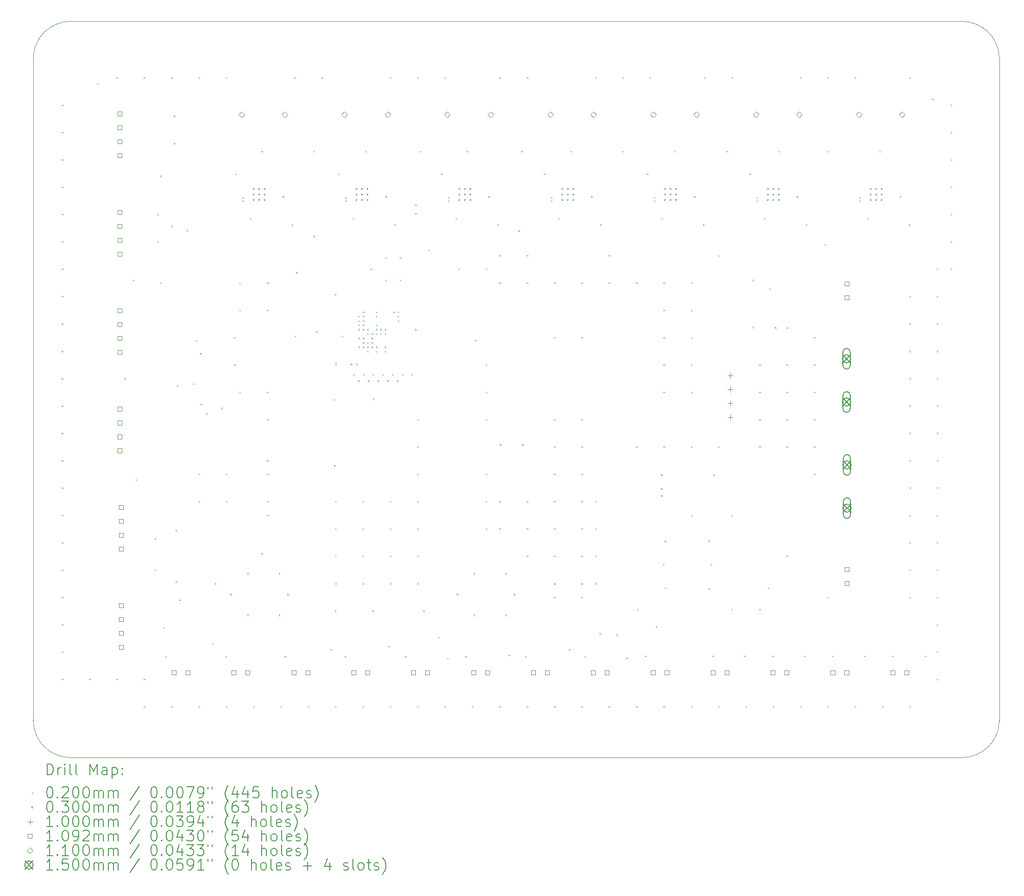
<source format=gbr>
%FSLAX45Y45*%
G04 Gerber Fmt 4.5, Leading zero omitted, Abs format (unit mm)*
G04 Created by KiCad (PCBNEW 6.0.0) date 2022-01-12 19:51:42*
%MOMM*%
%LPD*%
G01*
G04 APERTURE LIST*
%TA.AperFunction,Profile*%
%ADD10C,0.100000*%
%TD*%
%ADD11C,0.200000*%
%ADD12C,0.020000*%
%ADD13C,0.030000*%
%ADD14C,0.100000*%
%ADD15C,0.109220*%
%ADD16C,0.110000*%
%ADD17C,0.150000*%
G04 APERTURE END LIST*
D10*
X22700000Y-16680000D02*
X6400000Y-16680000D01*
X23380000Y-3900000D02*
G75*
G03*
X22700000Y-3220000I-680000J0D01*
G01*
X22700000Y-16680000D02*
G75*
G03*
X23380000Y-16000000I0J680000D01*
G01*
X6400000Y-3220000D02*
G75*
G03*
X5720000Y-3900000I0J-680000D01*
G01*
X5720000Y-16000000D02*
X5720000Y-3900000D01*
X23380000Y-3900000D02*
X23380000Y-16000000D01*
X6400000Y-3220000D02*
X22700000Y-3220000D01*
X5720000Y-16000000D02*
G75*
G03*
X6400000Y-16680000I680000J0D01*
G01*
D11*
D12*
X6240000Y-4740000D02*
X6260000Y-4760000D01*
X6260000Y-4740000D02*
X6240000Y-4760000D01*
X6240000Y-5240000D02*
X6260000Y-5260000D01*
X6260000Y-5240000D02*
X6240000Y-5260000D01*
X6240000Y-5740000D02*
X6260000Y-5760000D01*
X6260000Y-5740000D02*
X6240000Y-5760000D01*
X6240000Y-6240000D02*
X6260000Y-6260000D01*
X6260000Y-6240000D02*
X6240000Y-6260000D01*
X6240000Y-6740000D02*
X6260000Y-6760000D01*
X6260000Y-6740000D02*
X6240000Y-6760000D01*
X6240000Y-7240000D02*
X6260000Y-7260000D01*
X6260000Y-7240000D02*
X6240000Y-7260000D01*
X6240000Y-7740000D02*
X6260000Y-7760000D01*
X6260000Y-7740000D02*
X6240000Y-7760000D01*
X6240000Y-8240000D02*
X6260000Y-8260000D01*
X6260000Y-8240000D02*
X6240000Y-8260000D01*
X6240000Y-8740000D02*
X6260000Y-8760000D01*
X6260000Y-8740000D02*
X6240000Y-8760000D01*
X6240000Y-9240000D02*
X6260000Y-9260000D01*
X6260000Y-9240000D02*
X6240000Y-9260000D01*
X6240000Y-9740000D02*
X6260000Y-9760000D01*
X6260000Y-9740000D02*
X6240000Y-9760000D01*
X6240000Y-10240000D02*
X6260000Y-10260000D01*
X6260000Y-10240000D02*
X6240000Y-10260000D01*
X6240000Y-10740000D02*
X6260000Y-10760000D01*
X6260000Y-10740000D02*
X6240000Y-10760000D01*
X6240000Y-11240000D02*
X6260000Y-11260000D01*
X6260000Y-11240000D02*
X6240000Y-11260000D01*
X6240000Y-11740000D02*
X6260000Y-11760000D01*
X6260000Y-11740000D02*
X6240000Y-11760000D01*
X6240000Y-12240000D02*
X6260000Y-12260000D01*
X6260000Y-12240000D02*
X6240000Y-12260000D01*
X6240000Y-12740000D02*
X6260000Y-12760000D01*
X6260000Y-12740000D02*
X6240000Y-12760000D01*
X6240000Y-13240000D02*
X6260000Y-13260000D01*
X6260000Y-13240000D02*
X6240000Y-13260000D01*
X6240000Y-13740000D02*
X6260000Y-13760000D01*
X6260000Y-13740000D02*
X6240000Y-13760000D01*
X6240000Y-14240000D02*
X6260000Y-14260000D01*
X6260000Y-14240000D02*
X6240000Y-14260000D01*
X6240000Y-14740000D02*
X6260000Y-14760000D01*
X6260000Y-14740000D02*
X6240000Y-14760000D01*
X6240000Y-15240000D02*
X6260000Y-15260000D01*
X6260000Y-15240000D02*
X6240000Y-15260000D01*
X6740000Y-15240000D02*
X6760000Y-15260000D01*
X6760000Y-15240000D02*
X6740000Y-15260000D01*
X6890000Y-4350000D02*
X6910000Y-4370000D01*
X6910000Y-4350000D02*
X6890000Y-4370000D01*
X7240000Y-4240000D02*
X7260000Y-4260000D01*
X7260000Y-4240000D02*
X7240000Y-4260000D01*
X7240000Y-15240000D02*
X7260000Y-15260000D01*
X7260000Y-15240000D02*
X7240000Y-15260000D01*
X7390000Y-9740000D02*
X7410000Y-9760000D01*
X7410000Y-9740000D02*
X7390000Y-9760000D01*
X7540000Y-7940000D02*
X7560000Y-7960000D01*
X7560000Y-7940000D02*
X7540000Y-7960000D01*
X7590000Y-11590000D02*
X7610000Y-11610000D01*
X7610000Y-11590000D02*
X7590000Y-11610000D01*
X7740000Y-4240000D02*
X7760000Y-4260000D01*
X7760000Y-4240000D02*
X7740000Y-4260000D01*
X7740000Y-15240000D02*
X7760000Y-15260000D01*
X7760000Y-15240000D02*
X7740000Y-15260000D01*
X7740000Y-15740000D02*
X7760000Y-15760000D01*
X7760000Y-15740000D02*
X7740000Y-15760000D01*
X7936560Y-12668880D02*
X7956560Y-12688880D01*
X7956560Y-12668880D02*
X7936560Y-12688880D01*
X7936560Y-13242880D02*
X7956560Y-13262880D01*
X7956560Y-13242880D02*
X7936560Y-13262880D01*
X7990000Y-6740000D02*
X8010000Y-6760000D01*
X8010000Y-6740000D02*
X7990000Y-6760000D01*
X7990000Y-7240000D02*
X8010000Y-7260000D01*
X8010000Y-7240000D02*
X7990000Y-7260000D01*
X8040000Y-6040000D02*
X8060000Y-6060000D01*
X8060000Y-6040000D02*
X8040000Y-6060000D01*
X8040000Y-7990000D02*
X8060000Y-8010000D01*
X8060000Y-7990000D02*
X8040000Y-8010000D01*
X8090000Y-14290000D02*
X8110000Y-14310000D01*
X8110000Y-14290000D02*
X8090000Y-14310000D01*
X8133560Y-14825000D02*
X8153560Y-14845000D01*
X8153560Y-14825000D02*
X8133560Y-14845000D01*
X8240000Y-4240000D02*
X8260000Y-4260000D01*
X8260000Y-4240000D02*
X8240000Y-4260000D01*
X8240000Y-15740000D02*
X8260000Y-15760000D01*
X8260000Y-15740000D02*
X8240000Y-15760000D01*
X8241360Y-6953900D02*
X8261360Y-6973900D01*
X8261360Y-6953900D02*
X8241360Y-6973900D01*
X8290000Y-4940000D02*
X8310000Y-4960000D01*
X8310000Y-4940000D02*
X8290000Y-4960000D01*
X8290000Y-5440000D02*
X8310000Y-5460000D01*
X8310000Y-5440000D02*
X8290000Y-5460000D01*
X8317560Y-12516500D02*
X8337560Y-12536500D01*
X8337560Y-12516500D02*
X8317560Y-12536500D01*
X8317560Y-13456300D02*
X8337560Y-13476300D01*
X8337560Y-13456300D02*
X8317560Y-13476300D01*
X8342960Y-9874900D02*
X8362960Y-9894900D01*
X8362960Y-9874900D02*
X8342960Y-9894900D01*
X8390000Y-13790000D02*
X8410000Y-13810000D01*
X8410000Y-13790000D02*
X8390000Y-13810000D01*
X8520760Y-7030100D02*
X8540760Y-7050100D01*
X8540760Y-7030100D02*
X8520760Y-7050100D01*
X8640000Y-9840000D02*
X8660000Y-9860000D01*
X8660000Y-9840000D02*
X8640000Y-9860000D01*
X8690000Y-9040000D02*
X8710000Y-9060000D01*
X8710000Y-9040000D02*
X8690000Y-9060000D01*
X8740000Y-4240000D02*
X8760000Y-4260000D01*
X8760000Y-4240000D02*
X8740000Y-4260000D01*
X8740000Y-11490000D02*
X8760000Y-11510000D01*
X8760000Y-11490000D02*
X8740000Y-11510000D01*
X8740000Y-11990000D02*
X8760000Y-12010000D01*
X8760000Y-11990000D02*
X8740000Y-12010000D01*
X8740000Y-15740000D02*
X8760000Y-15760000D01*
X8760000Y-15740000D02*
X8740000Y-15760000D01*
X8773560Y-9281900D02*
X8793560Y-9301900D01*
X8793560Y-9281900D02*
X8773560Y-9301900D01*
X8773560Y-10212693D02*
X8793560Y-10232693D01*
X8793560Y-10212693D02*
X8773560Y-10232693D01*
X8876360Y-10382900D02*
X8896360Y-10402900D01*
X8896360Y-10382900D02*
X8876360Y-10402900D01*
X8990000Y-14590000D02*
X9010000Y-14610000D01*
X9010000Y-14590000D02*
X8990000Y-14610000D01*
X9040000Y-13490000D02*
X9060000Y-13510000D01*
X9060000Y-13490000D02*
X9040000Y-13510000D01*
X9155760Y-10281300D02*
X9175760Y-10301300D01*
X9175760Y-10281300D02*
X9155760Y-10301300D01*
X9233560Y-14825000D02*
X9253560Y-14845000D01*
X9253560Y-14825000D02*
X9233560Y-14845000D01*
X9240000Y-4240000D02*
X9260000Y-4260000D01*
X9260000Y-4240000D02*
X9240000Y-4260000D01*
X9240000Y-11490000D02*
X9260000Y-11510000D01*
X9260000Y-11490000D02*
X9240000Y-11510000D01*
X9240000Y-11990000D02*
X9260000Y-12010000D01*
X9260000Y-11990000D02*
X9240000Y-12010000D01*
X9240000Y-15740000D02*
X9260000Y-15760000D01*
X9260000Y-15740000D02*
X9240000Y-15760000D01*
X9320860Y-13685100D02*
X9340860Y-13705100D01*
X9340860Y-13685100D02*
X9320860Y-13705100D01*
X9390000Y-8990000D02*
X9410000Y-9010000D01*
X9410000Y-8990000D02*
X9390000Y-9010000D01*
X9390000Y-9490000D02*
X9410000Y-9510000D01*
X9410000Y-9490000D02*
X9390000Y-9510000D01*
X9413560Y-6004200D02*
X9433560Y-6024200D01*
X9433560Y-6004200D02*
X9413560Y-6024200D01*
X9490000Y-7990000D02*
X9510000Y-8010000D01*
X9510000Y-7990000D02*
X9490000Y-8010000D01*
X9490000Y-8490000D02*
X9510000Y-8510000D01*
X9510000Y-8490000D02*
X9490000Y-8510000D01*
X9490000Y-9990000D02*
X9510000Y-10010000D01*
X9510000Y-9990000D02*
X9490000Y-10010000D01*
X9543560Y-6434200D02*
X9563560Y-6454200D01*
X9563560Y-6434200D02*
X9543560Y-6454200D01*
X9543560Y-6494200D02*
X9563560Y-6514200D01*
X9563560Y-6494200D02*
X9543560Y-6514200D01*
X9633840Y-14066680D02*
X9653840Y-14086680D01*
X9653840Y-14066680D02*
X9633840Y-14086680D01*
X9633860Y-13304100D02*
X9653860Y-13324100D01*
X9653860Y-13304100D02*
X9633860Y-13324100D01*
X9679660Y-6814200D02*
X9699660Y-6834200D01*
X9699660Y-6814200D02*
X9679660Y-6834200D01*
X9740000Y-15740000D02*
X9760000Y-15760000D01*
X9760000Y-15740000D02*
X9740000Y-15760000D01*
X9890000Y-5590000D02*
X9910000Y-5610000D01*
X9910000Y-5590000D02*
X9890000Y-5610000D01*
X9890000Y-12940000D02*
X9910000Y-12960000D01*
X9910000Y-12940000D02*
X9890000Y-12960000D01*
X9990000Y-7990000D02*
X10010000Y-8010000D01*
X10010000Y-7990000D02*
X9990000Y-8010000D01*
X9990000Y-8490000D02*
X10010000Y-8510000D01*
X10010000Y-8490000D02*
X9990000Y-8510000D01*
X9990000Y-9990000D02*
X10010000Y-10010000D01*
X10010000Y-9990000D02*
X9990000Y-10010000D01*
X9990000Y-10490000D02*
X10010000Y-10510000D01*
X10010000Y-10490000D02*
X9990000Y-10510000D01*
X9990000Y-11240000D02*
X10010000Y-11260000D01*
X10010000Y-11240000D02*
X9990000Y-11260000D01*
X9990000Y-11490000D02*
X10010000Y-11510000D01*
X10010000Y-11490000D02*
X9990000Y-11510000D01*
X9990000Y-11990000D02*
X10010000Y-12010000D01*
X10010000Y-11990000D02*
X9990000Y-12010000D01*
X9990000Y-12240000D02*
X10010000Y-12260000D01*
X10010000Y-12240000D02*
X9990000Y-12260000D01*
X10207840Y-14066680D02*
X10227840Y-14086680D01*
X10227840Y-14066680D02*
X10207840Y-14086680D01*
X10207860Y-13304100D02*
X10227860Y-13324100D01*
X10227860Y-13304100D02*
X10207860Y-13324100D01*
X10240000Y-15740000D02*
X10260000Y-15760000D01*
X10260000Y-15740000D02*
X10240000Y-15760000D01*
X10278560Y-6414200D02*
X10298560Y-6434200D01*
X10298560Y-6414200D02*
X10278560Y-6434200D01*
X10313560Y-14825000D02*
X10333560Y-14845000D01*
X10333560Y-14825000D02*
X10313560Y-14845000D01*
X10362460Y-13685100D02*
X10382460Y-13705100D01*
X10382460Y-13685100D02*
X10362460Y-13705100D01*
X10443560Y-6929200D02*
X10463560Y-6949200D01*
X10463560Y-6929200D02*
X10443560Y-6949200D01*
X10490000Y-4240000D02*
X10510000Y-4260000D01*
X10510000Y-4240000D02*
X10490000Y-4260000D01*
X10503560Y-8964200D02*
X10523560Y-8984200D01*
X10523560Y-8964200D02*
X10503560Y-8984200D01*
X10523560Y-7801700D02*
X10543560Y-7821700D01*
X10543560Y-7801700D02*
X10523560Y-7821700D01*
X10740000Y-15740000D02*
X10760000Y-15760000D01*
X10760000Y-15740000D02*
X10740000Y-15760000D01*
X10840000Y-5590000D02*
X10860000Y-5610000D01*
X10860000Y-5590000D02*
X10840000Y-5610000D01*
X10840000Y-7140000D02*
X10860000Y-7160000D01*
X10860000Y-7140000D02*
X10840000Y-7160000D01*
X10888560Y-8879200D02*
X10908560Y-8899200D01*
X10908560Y-8879200D02*
X10888560Y-8899200D01*
X10990000Y-4240000D02*
X11010000Y-4260000D01*
X11010000Y-4240000D02*
X10990000Y-4260000D01*
X11150000Y-14700000D02*
X11170000Y-14720000D01*
X11170000Y-14700000D02*
X11150000Y-14720000D01*
X11213160Y-10128250D02*
X11233160Y-10148250D01*
X11233160Y-10128250D02*
X11213160Y-10148250D01*
X11217500Y-11332500D02*
X11237500Y-11352500D01*
X11237500Y-11332500D02*
X11217500Y-11352500D01*
X11228560Y-8204200D02*
X11248560Y-8224200D01*
X11248560Y-8204200D02*
X11228560Y-8224200D01*
X11230000Y-13990000D02*
X11250000Y-14010000D01*
X11250000Y-13990000D02*
X11230000Y-14010000D01*
X11238560Y-9479200D02*
X11258560Y-9499200D01*
X11258560Y-9479200D02*
X11238560Y-9499200D01*
X11240000Y-11990000D02*
X11260000Y-12010000D01*
X11260000Y-11990000D02*
X11240000Y-12010000D01*
X11240000Y-12490000D02*
X11260000Y-12510000D01*
X11260000Y-12490000D02*
X11240000Y-12510000D01*
X11240000Y-12990000D02*
X11260000Y-13010000D01*
X11260000Y-12990000D02*
X11240000Y-13010000D01*
X11240000Y-13490000D02*
X11260000Y-13510000D01*
X11260000Y-13490000D02*
X11240000Y-13510000D01*
X11240000Y-15740000D02*
X11260000Y-15760000D01*
X11260000Y-15740000D02*
X11240000Y-15760000D01*
X11293560Y-6004200D02*
X11313560Y-6024200D01*
X11313560Y-6004200D02*
X11293560Y-6024200D01*
X11358560Y-8964200D02*
X11378560Y-8984200D01*
X11378560Y-8964200D02*
X11358560Y-8984200D01*
X11413560Y-14825000D02*
X11433560Y-14845000D01*
X11433560Y-14825000D02*
X11413560Y-14845000D01*
X11423560Y-6434200D02*
X11443560Y-6454200D01*
X11443560Y-6434200D02*
X11423560Y-6454200D01*
X11423560Y-6494200D02*
X11443560Y-6514200D01*
X11443560Y-6494200D02*
X11423560Y-6514200D01*
X11523560Y-9479200D02*
X11543560Y-9499200D01*
X11543560Y-9479200D02*
X11523560Y-9499200D01*
X11559260Y-6814200D02*
X11579260Y-6834200D01*
X11579260Y-6814200D02*
X11559260Y-6834200D01*
X11568760Y-9671050D02*
X11588760Y-9691050D01*
X11588760Y-9671050D02*
X11568760Y-9691050D01*
X11623560Y-9479200D02*
X11643560Y-9499200D01*
X11643560Y-9479200D02*
X11623560Y-9499200D01*
X11658960Y-9784050D02*
X11678960Y-9804050D01*
X11678960Y-9784050D02*
X11658960Y-9804050D01*
X11663560Y-8604200D02*
X11683560Y-8624200D01*
X11683560Y-8604200D02*
X11663560Y-8624200D01*
X11663560Y-8684200D02*
X11683560Y-8704200D01*
X11683560Y-8684200D02*
X11663560Y-8704200D01*
X11663560Y-8764200D02*
X11683560Y-8784200D01*
X11683560Y-8764200D02*
X11663560Y-8784200D01*
X11663560Y-8844200D02*
X11683560Y-8864200D01*
X11683560Y-8844200D02*
X11663560Y-8864200D01*
X11663560Y-9004200D02*
X11683560Y-9024200D01*
X11683560Y-9004200D02*
X11663560Y-9024200D01*
X11663560Y-9164200D02*
X11683560Y-9184200D01*
X11683560Y-9164200D02*
X11663560Y-9184200D01*
X11740000Y-11990000D02*
X11760000Y-12010000D01*
X11760000Y-11990000D02*
X11740000Y-12010000D01*
X11740000Y-12490000D02*
X11760000Y-12510000D01*
X11760000Y-12490000D02*
X11740000Y-12510000D01*
X11740000Y-12990000D02*
X11760000Y-13010000D01*
X11760000Y-12990000D02*
X11740000Y-13010000D01*
X11740000Y-13490000D02*
X11760000Y-13510000D01*
X11760000Y-13490000D02*
X11740000Y-13510000D01*
X11740000Y-15740000D02*
X11760000Y-15760000D01*
X11760000Y-15740000D02*
X11740000Y-15760000D01*
X11743560Y-8524200D02*
X11763560Y-8544200D01*
X11763560Y-8524200D02*
X11743560Y-8544200D01*
X11743560Y-8604200D02*
X11763560Y-8624200D01*
X11763560Y-8604200D02*
X11743560Y-8624200D01*
X11743560Y-8684200D02*
X11763560Y-8704200D01*
X11763560Y-8684200D02*
X11743560Y-8704200D01*
X11743560Y-8764200D02*
X11763560Y-8784200D01*
X11763560Y-8764200D02*
X11743560Y-8784200D01*
X11743560Y-8844200D02*
X11763560Y-8864200D01*
X11763560Y-8844200D02*
X11743560Y-8864200D01*
X11743560Y-9004200D02*
X11763560Y-9024200D01*
X11763560Y-9004200D02*
X11743560Y-9024200D01*
X11743560Y-9084200D02*
X11763560Y-9104200D01*
X11763560Y-9084200D02*
X11743560Y-9104200D01*
X11743560Y-9164200D02*
X11763560Y-9184200D01*
X11763560Y-9164200D02*
X11743560Y-9184200D01*
X11746560Y-9671050D02*
X11766560Y-9691050D01*
X11766560Y-9671050D02*
X11746560Y-9691050D01*
X11790000Y-5590000D02*
X11810000Y-5610000D01*
X11810000Y-5590000D02*
X11790000Y-5610000D01*
X11823560Y-8844200D02*
X11843560Y-8864200D01*
X11843560Y-8844200D02*
X11823560Y-8864200D01*
X11823560Y-8924200D02*
X11843560Y-8944200D01*
X11843560Y-8924200D02*
X11823560Y-8944200D01*
X11823560Y-9084200D02*
X11843560Y-9104200D01*
X11843560Y-9084200D02*
X11823560Y-9104200D01*
X11823560Y-9164200D02*
X11843560Y-9184200D01*
X11843560Y-9164200D02*
X11823560Y-9184200D01*
X11823560Y-9244200D02*
X11843560Y-9264200D01*
X11843560Y-9244200D02*
X11823560Y-9264200D01*
X11836760Y-9784050D02*
X11856760Y-9804050D01*
X11856760Y-9784050D02*
X11836760Y-9804050D01*
X11886260Y-7738100D02*
X11906260Y-7758100D01*
X11906260Y-7738100D02*
X11886260Y-7758100D01*
X11903560Y-8924200D02*
X11923560Y-8944200D01*
X11923560Y-8924200D02*
X11903560Y-8944200D01*
X11903560Y-9004200D02*
X11923560Y-9024200D01*
X11923560Y-9004200D02*
X11903560Y-9024200D01*
X11903560Y-9084200D02*
X11923560Y-9104200D01*
X11923560Y-9084200D02*
X11903560Y-9104200D01*
X11903560Y-9164200D02*
X11923560Y-9184200D01*
X11923560Y-9164200D02*
X11903560Y-9184200D01*
X11920000Y-13990000D02*
X11940000Y-14010000D01*
X11940000Y-13990000D02*
X11920000Y-14010000D01*
X11924360Y-9671050D02*
X11944360Y-9691050D01*
X11944360Y-9671050D02*
X11924360Y-9691050D01*
X11924360Y-10114250D02*
X11944360Y-10134250D01*
X11944360Y-10114250D02*
X11924360Y-10134250D01*
X11983560Y-8524200D02*
X12003560Y-8544200D01*
X12003560Y-8524200D02*
X11983560Y-8544200D01*
X11983560Y-8604200D02*
X12003560Y-8624200D01*
X12003560Y-8604200D02*
X11983560Y-8624200D01*
X11983560Y-8764200D02*
X12003560Y-8784200D01*
X12003560Y-8764200D02*
X11983560Y-8784200D01*
X11983560Y-8844200D02*
X12003560Y-8864200D01*
X12003560Y-8844200D02*
X11983560Y-8864200D01*
X11983560Y-8924200D02*
X12003560Y-8944200D01*
X12003560Y-8924200D02*
X11983560Y-8944200D01*
X11983560Y-9164200D02*
X12003560Y-9184200D01*
X12003560Y-9164200D02*
X11983560Y-9184200D01*
X11983560Y-9244200D02*
X12003560Y-9264200D01*
X12003560Y-9244200D02*
X11983560Y-9264200D01*
X12014560Y-9784050D02*
X12034560Y-9804050D01*
X12034560Y-9784050D02*
X12014560Y-9804050D01*
X12063560Y-8844200D02*
X12083560Y-8864200D01*
X12083560Y-8844200D02*
X12063560Y-8864200D01*
X12063560Y-8924200D02*
X12083560Y-8944200D01*
X12083560Y-8924200D02*
X12063560Y-8944200D01*
X12102160Y-9671050D02*
X12122160Y-9691050D01*
X12122160Y-9671050D02*
X12102160Y-9691050D01*
X12143560Y-8844200D02*
X12163560Y-8864200D01*
X12163560Y-8844200D02*
X12143560Y-8864200D01*
X12143560Y-8924200D02*
X12163560Y-8944200D01*
X12163560Y-8924200D02*
X12143560Y-8944200D01*
X12143560Y-9164200D02*
X12163560Y-9184200D01*
X12163560Y-9164200D02*
X12143560Y-9184200D01*
X12143560Y-9244200D02*
X12163560Y-9264200D01*
X12163560Y-9244200D02*
X12143560Y-9264200D01*
X12152960Y-7534900D02*
X12172960Y-7554900D01*
X12172960Y-7534900D02*
X12152960Y-7554900D01*
X12152960Y-7941300D02*
X12172960Y-7961300D01*
X12172960Y-7941300D02*
X12152960Y-7961300D01*
X12158560Y-6414200D02*
X12178560Y-6434200D01*
X12178560Y-6414200D02*
X12158560Y-6434200D01*
X12192360Y-9784050D02*
X12212360Y-9804050D01*
X12212360Y-9784050D02*
X12192360Y-9804050D01*
X12210000Y-14640000D02*
X12230000Y-14660000D01*
X12230000Y-14640000D02*
X12210000Y-14660000D01*
X12240000Y-4240000D02*
X12260000Y-4260000D01*
X12260000Y-4240000D02*
X12240000Y-4260000D01*
X12240000Y-11990000D02*
X12260000Y-12010000D01*
X12260000Y-11990000D02*
X12240000Y-12010000D01*
X12240000Y-12490000D02*
X12260000Y-12510000D01*
X12260000Y-12490000D02*
X12240000Y-12510000D01*
X12240000Y-12990000D02*
X12260000Y-13010000D01*
X12260000Y-12990000D02*
X12240000Y-13010000D01*
X12240000Y-13490000D02*
X12260000Y-13510000D01*
X12260000Y-13490000D02*
X12240000Y-13510000D01*
X12240000Y-15740000D02*
X12260000Y-15760000D01*
X12260000Y-15740000D02*
X12240000Y-15760000D01*
X12279960Y-9671050D02*
X12299960Y-9691050D01*
X12299960Y-9671050D02*
X12279960Y-9691050D01*
X12303560Y-8524200D02*
X12323560Y-8544200D01*
X12323560Y-8524200D02*
X12303560Y-8544200D01*
X12323560Y-6929200D02*
X12343560Y-6949200D01*
X12343560Y-6929200D02*
X12323560Y-6949200D01*
X12370160Y-9784050D02*
X12390160Y-9804050D01*
X12390160Y-9784050D02*
X12370160Y-9804050D01*
X12383560Y-8524200D02*
X12403560Y-8544200D01*
X12403560Y-8524200D02*
X12383560Y-8544200D01*
X12383560Y-8604200D02*
X12403560Y-8624200D01*
X12403560Y-8604200D02*
X12383560Y-8624200D01*
X12383560Y-8684200D02*
X12403560Y-8704200D01*
X12403560Y-8684200D02*
X12383560Y-8704200D01*
X12418560Y-7940200D02*
X12438560Y-7960200D01*
X12438560Y-7940200D02*
X12418560Y-7960200D01*
X12419660Y-7534900D02*
X12439660Y-7554900D01*
X12439660Y-7534900D02*
X12419660Y-7554900D01*
X12457760Y-9671050D02*
X12477760Y-9691050D01*
X12477760Y-9671050D02*
X12457760Y-9691050D01*
X12513560Y-14825000D02*
X12533560Y-14845000D01*
X12533560Y-14825000D02*
X12513560Y-14845000D01*
X12635560Y-9671050D02*
X12655560Y-9691050D01*
X12655560Y-9671050D02*
X12635560Y-9691050D01*
X12699060Y-6569700D02*
X12719060Y-6589700D01*
X12719060Y-6569700D02*
X12699060Y-6589700D01*
X12699060Y-6722100D02*
X12719060Y-6742100D01*
X12719060Y-6722100D02*
X12699060Y-6742100D01*
X12699060Y-8843000D02*
X12719060Y-8863000D01*
X12719060Y-8843000D02*
X12699060Y-8863000D01*
X12740000Y-4240000D02*
X12760000Y-4260000D01*
X12760000Y-4240000D02*
X12740000Y-4260000D01*
X12740000Y-10490000D02*
X12760000Y-10510000D01*
X12760000Y-10490000D02*
X12740000Y-10510000D01*
X12740000Y-10990000D02*
X12760000Y-11010000D01*
X12760000Y-10990000D02*
X12740000Y-11010000D01*
X12740000Y-11490000D02*
X12760000Y-11510000D01*
X12760000Y-11490000D02*
X12740000Y-11510000D01*
X12740000Y-11990000D02*
X12760000Y-12010000D01*
X12760000Y-11990000D02*
X12740000Y-12010000D01*
X12740000Y-12490000D02*
X12760000Y-12510000D01*
X12760000Y-12490000D02*
X12740000Y-12510000D01*
X12740000Y-12990000D02*
X12760000Y-13010000D01*
X12760000Y-12990000D02*
X12740000Y-13010000D01*
X12740000Y-13490000D02*
X12760000Y-13510000D01*
X12760000Y-13490000D02*
X12740000Y-13510000D01*
X12740000Y-15740000D02*
X12760000Y-15760000D01*
X12760000Y-15740000D02*
X12740000Y-15760000D01*
X12790000Y-5590000D02*
X12810000Y-5610000D01*
X12810000Y-5590000D02*
X12790000Y-5610000D01*
X12850000Y-13990000D02*
X12870000Y-14010000D01*
X12870000Y-13990000D02*
X12850000Y-14010000D01*
X12940000Y-7390000D02*
X12960000Y-7410000D01*
X12960000Y-7390000D02*
X12940000Y-7410000D01*
X13130000Y-14470000D02*
X13150000Y-14490000D01*
X13150000Y-14470000D02*
X13130000Y-14490000D01*
X13173560Y-6004200D02*
X13193560Y-6024200D01*
X13193560Y-6004200D02*
X13173560Y-6024200D01*
X13240000Y-4240000D02*
X13260000Y-4260000D01*
X13260000Y-4240000D02*
X13240000Y-4260000D01*
X13240000Y-15740000D02*
X13260000Y-15760000D01*
X13260000Y-15740000D02*
X13240000Y-15760000D01*
X13290000Y-14860000D02*
X13310000Y-14880000D01*
X13310000Y-14860000D02*
X13290000Y-14880000D01*
X13303560Y-6434200D02*
X13323560Y-6454200D01*
X13323560Y-6434200D02*
X13303560Y-6454200D01*
X13303560Y-6494200D02*
X13323560Y-6514200D01*
X13323560Y-6494200D02*
X13303560Y-6514200D01*
X13438860Y-6814200D02*
X13458860Y-6834200D01*
X13458860Y-6814200D02*
X13438860Y-6834200D01*
X13461060Y-13685100D02*
X13481060Y-13705100D01*
X13481060Y-13685100D02*
X13461060Y-13705100D01*
X13490000Y-7740000D02*
X13510000Y-7760000D01*
X13510000Y-7740000D02*
X13490000Y-7760000D01*
X13613560Y-14825000D02*
X13633560Y-14845000D01*
X13633560Y-14825000D02*
X13613560Y-14845000D01*
X13640000Y-5590000D02*
X13660000Y-5610000D01*
X13660000Y-5590000D02*
X13640000Y-5610000D01*
X13740000Y-15740000D02*
X13760000Y-15760000D01*
X13760000Y-15740000D02*
X13740000Y-15760000D01*
X13770940Y-14066680D02*
X13790940Y-14086680D01*
X13790940Y-14066680D02*
X13770940Y-14086680D01*
X13770960Y-13304100D02*
X13790960Y-13324100D01*
X13790960Y-13304100D02*
X13770960Y-13324100D01*
X13793560Y-9044200D02*
X13813560Y-9064200D01*
X13813560Y-9044200D02*
X13793560Y-9064200D01*
X13990000Y-7740000D02*
X14010000Y-7760000D01*
X14010000Y-7740000D02*
X13990000Y-7760000D01*
X13990000Y-9490000D02*
X14010000Y-9510000D01*
X14010000Y-9490000D02*
X13990000Y-9510000D01*
X13990000Y-9990000D02*
X14010000Y-10010000D01*
X14010000Y-9990000D02*
X13990000Y-10010000D01*
X13990000Y-10490000D02*
X14010000Y-10510000D01*
X14010000Y-10490000D02*
X13990000Y-10510000D01*
X13990000Y-11490000D02*
X14010000Y-11510000D01*
X14010000Y-11490000D02*
X13990000Y-11510000D01*
X13990000Y-11990000D02*
X14010000Y-12010000D01*
X14010000Y-11990000D02*
X13990000Y-12010000D01*
X13990000Y-12490000D02*
X14010000Y-12510000D01*
X14010000Y-12490000D02*
X13990000Y-12510000D01*
X14038560Y-6414200D02*
X14058560Y-6434200D01*
X14058560Y-6414200D02*
X14038560Y-6434200D01*
X14203560Y-6929200D02*
X14223560Y-6949200D01*
X14223560Y-6929200D02*
X14203560Y-6949200D01*
X14240000Y-4240000D02*
X14260000Y-4260000D01*
X14260000Y-4240000D02*
X14240000Y-4260000D01*
X14240000Y-7490000D02*
X14260000Y-7510000D01*
X14260000Y-7490000D02*
X14240000Y-7510000D01*
X14240000Y-7990000D02*
X14260000Y-8010000D01*
X14260000Y-7990000D02*
X14240000Y-8010000D01*
X14240000Y-11990000D02*
X14260000Y-12010000D01*
X14260000Y-11990000D02*
X14240000Y-12010000D01*
X14240000Y-12490000D02*
X14260000Y-12510000D01*
X14260000Y-12490000D02*
X14240000Y-12510000D01*
X14240000Y-15740000D02*
X14260000Y-15760000D01*
X14260000Y-15740000D02*
X14240000Y-15760000D01*
X14250000Y-10950000D02*
X14270000Y-10970000D01*
X14270000Y-10950000D02*
X14250000Y-10970000D01*
X14344940Y-14066680D02*
X14364940Y-14086680D01*
X14364940Y-14066680D02*
X14344940Y-14086680D01*
X14344960Y-13304100D02*
X14364960Y-13324100D01*
X14364960Y-13304100D02*
X14344960Y-13324100D01*
X14410000Y-14800000D02*
X14430000Y-14820000D01*
X14430000Y-14800000D02*
X14410000Y-14820000D01*
X14502660Y-13685100D02*
X14522660Y-13705100D01*
X14522660Y-13685100D02*
X14502660Y-13705100D01*
X14590000Y-7040000D02*
X14610000Y-7060000D01*
X14610000Y-7040000D02*
X14590000Y-7060000D01*
X14640000Y-5590000D02*
X14660000Y-5610000D01*
X14660000Y-5590000D02*
X14640000Y-5610000D01*
X14656400Y-10950000D02*
X14676400Y-10970000D01*
X14676400Y-10950000D02*
X14656400Y-10970000D01*
X14713560Y-14825000D02*
X14733560Y-14845000D01*
X14733560Y-14825000D02*
X14713560Y-14845000D01*
X14740000Y-4240000D02*
X14760000Y-4260000D01*
X14760000Y-4240000D02*
X14740000Y-4260000D01*
X14740000Y-7490000D02*
X14760000Y-7510000D01*
X14760000Y-7490000D02*
X14740000Y-7510000D01*
X14740000Y-7990000D02*
X14760000Y-8010000D01*
X14760000Y-7990000D02*
X14740000Y-8010000D01*
X14740000Y-11990000D02*
X14760000Y-12010000D01*
X14760000Y-11990000D02*
X14740000Y-12010000D01*
X14740000Y-12490000D02*
X14760000Y-12510000D01*
X14760000Y-12490000D02*
X14740000Y-12510000D01*
X14740000Y-12990000D02*
X14760000Y-13010000D01*
X14760000Y-12990000D02*
X14740000Y-13010000D01*
X14740000Y-15740000D02*
X14760000Y-15760000D01*
X14760000Y-15740000D02*
X14740000Y-15760000D01*
X15053560Y-6004200D02*
X15073560Y-6024200D01*
X15073560Y-6004200D02*
X15053560Y-6024200D01*
X15183560Y-6434200D02*
X15203560Y-6454200D01*
X15203560Y-6434200D02*
X15183560Y-6454200D01*
X15183560Y-6494200D02*
X15203560Y-6514200D01*
X15203560Y-6494200D02*
X15183560Y-6514200D01*
X15240000Y-7990000D02*
X15260000Y-8010000D01*
X15260000Y-7990000D02*
X15240000Y-8010000D01*
X15240000Y-8990000D02*
X15260000Y-9010000D01*
X15260000Y-8990000D02*
X15240000Y-9010000D01*
X15240000Y-10490000D02*
X15260000Y-10510000D01*
X15260000Y-10490000D02*
X15240000Y-10510000D01*
X15240000Y-10990000D02*
X15260000Y-11010000D01*
X15260000Y-10990000D02*
X15240000Y-11010000D01*
X15240000Y-11490000D02*
X15260000Y-11510000D01*
X15260000Y-11490000D02*
X15240000Y-11510000D01*
X15240000Y-11990000D02*
X15260000Y-12010000D01*
X15260000Y-11990000D02*
X15240000Y-12010000D01*
X15240000Y-12490000D02*
X15260000Y-12510000D01*
X15260000Y-12490000D02*
X15240000Y-12510000D01*
X15240000Y-12990000D02*
X15260000Y-13010000D01*
X15260000Y-12990000D02*
X15240000Y-13010000D01*
X15240000Y-13490000D02*
X15260000Y-13510000D01*
X15260000Y-13490000D02*
X15240000Y-13510000D01*
X15240000Y-13740000D02*
X15260000Y-13760000D01*
X15260000Y-13740000D02*
X15240000Y-13760000D01*
X15240000Y-15740000D02*
X15260000Y-15760000D01*
X15260000Y-15740000D02*
X15240000Y-15760000D01*
X15318460Y-6814200D02*
X15338460Y-6834200D01*
X15338460Y-6814200D02*
X15318460Y-6834200D01*
X15510000Y-14700000D02*
X15530000Y-14720000D01*
X15530000Y-14700000D02*
X15510000Y-14720000D01*
X15540000Y-5590000D02*
X15560000Y-5610000D01*
X15560000Y-5590000D02*
X15540000Y-5610000D01*
X15740000Y-7990000D02*
X15760000Y-8010000D01*
X15760000Y-7990000D02*
X15740000Y-8010000D01*
X15740000Y-8990000D02*
X15760000Y-9010000D01*
X15760000Y-8990000D02*
X15740000Y-9010000D01*
X15740000Y-10490000D02*
X15760000Y-10510000D01*
X15760000Y-10490000D02*
X15740000Y-10510000D01*
X15740000Y-10990000D02*
X15760000Y-11010000D01*
X15760000Y-10990000D02*
X15740000Y-11010000D01*
X15740000Y-11490000D02*
X15760000Y-11510000D01*
X15760000Y-11490000D02*
X15740000Y-11510000D01*
X15740000Y-11990000D02*
X15760000Y-12010000D01*
X15760000Y-11990000D02*
X15740000Y-12010000D01*
X15740000Y-12490000D02*
X15760000Y-12510000D01*
X15760000Y-12490000D02*
X15740000Y-12510000D01*
X15740000Y-12990000D02*
X15760000Y-13010000D01*
X15760000Y-12990000D02*
X15740000Y-13010000D01*
X15740000Y-13490000D02*
X15760000Y-13510000D01*
X15760000Y-13490000D02*
X15740000Y-13510000D01*
X15740000Y-13740000D02*
X15760000Y-13760000D01*
X15760000Y-13740000D02*
X15740000Y-13760000D01*
X15740000Y-15740000D02*
X15760000Y-15760000D01*
X15760000Y-15740000D02*
X15740000Y-15760000D01*
X15793560Y-14825000D02*
X15813560Y-14845000D01*
X15813560Y-14825000D02*
X15793560Y-14845000D01*
X15918560Y-6414200D02*
X15938560Y-6434200D01*
X15938560Y-6414200D02*
X15918560Y-6434200D01*
X15990000Y-4240000D02*
X16010000Y-4260000D01*
X16010000Y-4240000D02*
X15990000Y-4260000D01*
X15990000Y-11990000D02*
X16010000Y-12010000D01*
X16010000Y-11990000D02*
X15990000Y-12010000D01*
X15990000Y-12490000D02*
X16010000Y-12510000D01*
X16010000Y-12490000D02*
X15990000Y-12510000D01*
X15990000Y-12990000D02*
X16010000Y-13010000D01*
X16010000Y-12990000D02*
X15990000Y-13010000D01*
X15990000Y-13490000D02*
X16010000Y-13510000D01*
X16010000Y-13490000D02*
X15990000Y-13510000D01*
X16070000Y-14400000D02*
X16090000Y-14420000D01*
X16090000Y-14400000D02*
X16070000Y-14420000D01*
X16083560Y-6929200D02*
X16103560Y-6949200D01*
X16103560Y-6929200D02*
X16083560Y-6949200D01*
X16240000Y-7490000D02*
X16260000Y-7510000D01*
X16260000Y-7490000D02*
X16240000Y-7510000D01*
X16240000Y-7990000D02*
X16260000Y-8010000D01*
X16260000Y-7990000D02*
X16240000Y-8010000D01*
X16240000Y-15740000D02*
X16260000Y-15760000D01*
X16260000Y-15740000D02*
X16240000Y-15760000D01*
X16380000Y-14430000D02*
X16400000Y-14450000D01*
X16400000Y-14430000D02*
X16380000Y-14450000D01*
X16490000Y-4240000D02*
X16510000Y-4260000D01*
X16510000Y-4240000D02*
X16490000Y-4260000D01*
X16490000Y-5590000D02*
X16510000Y-5610000D01*
X16510000Y-5590000D02*
X16490000Y-5610000D01*
X16560000Y-14850000D02*
X16580000Y-14870000D01*
X16580000Y-14850000D02*
X16560000Y-14870000D01*
X16740000Y-7990000D02*
X16760000Y-8010000D01*
X16760000Y-7990000D02*
X16740000Y-8010000D01*
X16740000Y-10990000D02*
X16760000Y-11010000D01*
X16760000Y-10990000D02*
X16740000Y-11010000D01*
X16740000Y-15740000D02*
X16760000Y-15760000D01*
X16760000Y-15740000D02*
X16740000Y-15760000D01*
X16760000Y-13960000D02*
X16780000Y-13980000D01*
X16780000Y-13960000D02*
X16760000Y-13980000D01*
X16900660Y-14817900D02*
X16920660Y-14837900D01*
X16920660Y-14817900D02*
X16900660Y-14837900D01*
X16933560Y-6004200D02*
X16953560Y-6024200D01*
X16953560Y-6004200D02*
X16933560Y-6024200D01*
X16990000Y-4240000D02*
X17010000Y-4260000D01*
X17010000Y-4240000D02*
X16990000Y-4260000D01*
X17063560Y-6434200D02*
X17083560Y-6454200D01*
X17083560Y-6434200D02*
X17063560Y-6454200D01*
X17063560Y-6494200D02*
X17083560Y-6514200D01*
X17083560Y-6494200D02*
X17063560Y-6514200D01*
X17100000Y-14280000D02*
X17120000Y-14300000D01*
X17120000Y-14280000D02*
X17100000Y-14300000D01*
X17194860Y-11500700D02*
X17214860Y-11520700D01*
X17214860Y-11500700D02*
X17194860Y-11520700D01*
X17194860Y-11754700D02*
X17214860Y-11774700D01*
X17214860Y-11754700D02*
X17194860Y-11774700D01*
X17194860Y-11881700D02*
X17214860Y-11901700D01*
X17214860Y-11881700D02*
X17194860Y-11901700D01*
X17198060Y-6814200D02*
X17218060Y-6834200D01*
X17218060Y-6814200D02*
X17198060Y-6834200D01*
X17235860Y-13139000D02*
X17255860Y-13159000D01*
X17255860Y-13139000D02*
X17235860Y-13159000D01*
X17240000Y-7990000D02*
X17260000Y-8010000D01*
X17260000Y-7990000D02*
X17240000Y-8010000D01*
X17240000Y-8490000D02*
X17260000Y-8510000D01*
X17260000Y-8490000D02*
X17240000Y-8510000D01*
X17240000Y-8990000D02*
X17260000Y-9010000D01*
X17260000Y-8990000D02*
X17240000Y-9010000D01*
X17240000Y-9490000D02*
X17260000Y-9510000D01*
X17260000Y-9490000D02*
X17240000Y-9510000D01*
X17240000Y-9990000D02*
X17260000Y-10010000D01*
X17260000Y-9990000D02*
X17240000Y-10010000D01*
X17240000Y-10990000D02*
X17260000Y-11010000D01*
X17260000Y-10990000D02*
X17240000Y-11010000D01*
X17240000Y-15740000D02*
X17260000Y-15760000D01*
X17260000Y-15740000D02*
X17240000Y-15760000D01*
X17263560Y-12710700D02*
X17283560Y-12730700D01*
X17283560Y-12710700D02*
X17263560Y-12730700D01*
X17267160Y-13570000D02*
X17287160Y-13590000D01*
X17287160Y-13570000D02*
X17267160Y-13590000D01*
X17440000Y-5590000D02*
X17460000Y-5610000D01*
X17460000Y-5590000D02*
X17440000Y-5610000D01*
X17740000Y-7990000D02*
X17760000Y-8010000D01*
X17760000Y-7990000D02*
X17740000Y-8010000D01*
X17740000Y-8490000D02*
X17760000Y-8510000D01*
X17760000Y-8490000D02*
X17740000Y-8510000D01*
X17740000Y-8990000D02*
X17760000Y-9010000D01*
X17760000Y-8990000D02*
X17740000Y-9010000D01*
X17740000Y-9490000D02*
X17760000Y-9510000D01*
X17760000Y-9490000D02*
X17740000Y-9510000D01*
X17740000Y-9990000D02*
X17760000Y-10010000D01*
X17760000Y-9990000D02*
X17740000Y-10010000D01*
X17740000Y-10990000D02*
X17760000Y-11010000D01*
X17760000Y-10990000D02*
X17740000Y-11010000D01*
X17740000Y-12240000D02*
X17760000Y-12260000D01*
X17760000Y-12240000D02*
X17740000Y-12260000D01*
X17740000Y-15740000D02*
X17760000Y-15760000D01*
X17760000Y-15740000D02*
X17740000Y-15760000D01*
X17798560Y-6414200D02*
X17818560Y-6434200D01*
X17818560Y-6414200D02*
X17798560Y-6434200D01*
X17963560Y-6929200D02*
X17983560Y-6949200D01*
X17983560Y-6929200D02*
X17963560Y-6949200D01*
X17990000Y-4240000D02*
X18010000Y-4260000D01*
X18010000Y-4240000D02*
X17990000Y-4260000D01*
X18063560Y-12710700D02*
X18083560Y-12730700D01*
X18083560Y-12710700D02*
X18063560Y-12730700D01*
X18067160Y-13590000D02*
X18087160Y-13610000D01*
X18087160Y-13590000D02*
X18067160Y-13610000D01*
X18106360Y-13139000D02*
X18126360Y-13159000D01*
X18126360Y-13139000D02*
X18106360Y-13159000D01*
X18134953Y-14817900D02*
X18154953Y-14837900D01*
X18154953Y-14817900D02*
X18134953Y-14837900D01*
X18147360Y-11500700D02*
X18167360Y-11520700D01*
X18167360Y-11500700D02*
X18147360Y-11520700D01*
X18240000Y-7490000D02*
X18260000Y-7510000D01*
X18260000Y-7490000D02*
X18240000Y-7510000D01*
X18240000Y-10990000D02*
X18260000Y-11010000D01*
X18260000Y-10990000D02*
X18240000Y-11010000D01*
X18240000Y-15740000D02*
X18260000Y-15760000D01*
X18260000Y-15740000D02*
X18240000Y-15760000D01*
X18390000Y-5590000D02*
X18410000Y-5610000D01*
X18410000Y-5590000D02*
X18390000Y-5610000D01*
X18490000Y-4240000D02*
X18510000Y-4260000D01*
X18510000Y-4240000D02*
X18490000Y-4260000D01*
X18490000Y-12240000D02*
X18510000Y-12260000D01*
X18510000Y-12240000D02*
X18490000Y-12260000D01*
X18490000Y-13960000D02*
X18510000Y-13980000D01*
X18510000Y-13960000D02*
X18490000Y-13980000D01*
X18711060Y-14817500D02*
X18731060Y-14837500D01*
X18731060Y-14817500D02*
X18711060Y-14837500D01*
X18740000Y-15740000D02*
X18760000Y-15760000D01*
X18760000Y-15740000D02*
X18740000Y-15760000D01*
X18813560Y-6004200D02*
X18833560Y-6024200D01*
X18833560Y-6004200D02*
X18813560Y-6024200D01*
X18870240Y-7945360D02*
X18890240Y-7965360D01*
X18890240Y-7945360D02*
X18870240Y-7965360D01*
X18870240Y-8805940D02*
X18890240Y-8825940D01*
X18890240Y-8805940D02*
X18870240Y-8825940D01*
X18943560Y-6434200D02*
X18963560Y-6454200D01*
X18963560Y-6434200D02*
X18943560Y-6454200D01*
X18943560Y-6494200D02*
X18963560Y-6514200D01*
X18963560Y-6494200D02*
X18943560Y-6514200D01*
X18990000Y-9490000D02*
X19010000Y-9510000D01*
X19010000Y-9490000D02*
X18990000Y-9510000D01*
X18990000Y-9990000D02*
X19010000Y-10010000D01*
X19010000Y-9990000D02*
X18990000Y-10010000D01*
X18990000Y-10490000D02*
X19010000Y-10510000D01*
X19010000Y-10490000D02*
X18990000Y-10510000D01*
X18990000Y-10990000D02*
X19010000Y-11010000D01*
X19010000Y-10990000D02*
X18990000Y-11010000D01*
X18990000Y-13960000D02*
X19010000Y-13980000D01*
X19010000Y-13960000D02*
X18990000Y-13980000D01*
X19077660Y-6814200D02*
X19097660Y-6834200D01*
X19097660Y-6814200D02*
X19077660Y-6834200D01*
X19150000Y-13570000D02*
X19170000Y-13590000D01*
X19170000Y-13570000D02*
X19150000Y-13590000D01*
X19182660Y-8100300D02*
X19202660Y-8120300D01*
X19202660Y-8100300D02*
X19182660Y-8120300D01*
X19229774Y-14817900D02*
X19249774Y-14837900D01*
X19249774Y-14817900D02*
X19229774Y-14837900D01*
X19240000Y-15740000D02*
X19260000Y-15760000D01*
X19260000Y-15740000D02*
X19240000Y-15760000D01*
X19277660Y-8809980D02*
X19297660Y-8829980D01*
X19297660Y-8809980D02*
X19277660Y-8829980D01*
X19340000Y-5590000D02*
X19360000Y-5610000D01*
X19360000Y-5590000D02*
X19340000Y-5610000D01*
X19490000Y-8811500D02*
X19510000Y-8831500D01*
X19510000Y-8811500D02*
X19490000Y-8831500D01*
X19490000Y-9490000D02*
X19510000Y-9510000D01*
X19510000Y-9490000D02*
X19490000Y-9510000D01*
X19490000Y-9990000D02*
X19510000Y-10010000D01*
X19510000Y-9990000D02*
X19490000Y-10010000D01*
X19490000Y-10490000D02*
X19510000Y-10510000D01*
X19510000Y-10490000D02*
X19490000Y-10510000D01*
X19490000Y-10990000D02*
X19510000Y-11010000D01*
X19510000Y-10990000D02*
X19490000Y-11010000D01*
X19490000Y-12990000D02*
X19510000Y-13010000D01*
X19510000Y-12990000D02*
X19490000Y-13010000D01*
X19678560Y-6414200D02*
X19698560Y-6434200D01*
X19698560Y-6414200D02*
X19678560Y-6434200D01*
X19740000Y-4240000D02*
X19760000Y-4260000D01*
X19760000Y-4240000D02*
X19740000Y-4260000D01*
X19740000Y-15740000D02*
X19760000Y-15760000D01*
X19760000Y-15740000D02*
X19740000Y-15760000D01*
X19806060Y-14817500D02*
X19826060Y-14837500D01*
X19826060Y-14817500D02*
X19806060Y-14837500D01*
X19843560Y-6929200D02*
X19863560Y-6949200D01*
X19863560Y-6929200D02*
X19843560Y-6949200D01*
X19990000Y-8990000D02*
X20010000Y-9010000D01*
X20010000Y-8990000D02*
X19990000Y-9010000D01*
X19990000Y-9490000D02*
X20010000Y-9510000D01*
X20010000Y-9490000D02*
X19990000Y-9510000D01*
X19990000Y-9990000D02*
X20010000Y-10010000D01*
X20010000Y-9990000D02*
X19990000Y-10010000D01*
X19990000Y-10490000D02*
X20010000Y-10510000D01*
X20010000Y-10490000D02*
X19990000Y-10510000D01*
X19990000Y-10990000D02*
X20010000Y-11010000D01*
X20010000Y-10990000D02*
X19990000Y-11010000D01*
X19990000Y-11490000D02*
X20010000Y-11510000D01*
X20010000Y-11490000D02*
X19990000Y-11510000D01*
X20190000Y-7290000D02*
X20210000Y-7310000D01*
X20210000Y-7290000D02*
X20190000Y-7310000D01*
X20240000Y-4240000D02*
X20260000Y-4260000D01*
X20260000Y-4240000D02*
X20240000Y-4260000D01*
X20240000Y-5590000D02*
X20260000Y-5610000D01*
X20260000Y-5590000D02*
X20240000Y-5610000D01*
X20240000Y-13740000D02*
X20260000Y-13760000D01*
X20260000Y-13740000D02*
X20240000Y-13760000D01*
X20240000Y-15740000D02*
X20260000Y-15760000D01*
X20260000Y-15740000D02*
X20240000Y-15760000D01*
X20324595Y-14817900D02*
X20344595Y-14837900D01*
X20344595Y-14817900D02*
X20324595Y-14837900D01*
X20740000Y-4240000D02*
X20760000Y-4260000D01*
X20760000Y-4240000D02*
X20740000Y-4260000D01*
X20740000Y-15740000D02*
X20760000Y-15760000D01*
X20760000Y-15740000D02*
X20740000Y-15760000D01*
X20823560Y-6434200D02*
X20843560Y-6454200D01*
X20843560Y-6434200D02*
X20823560Y-6454200D01*
X20823560Y-6494200D02*
X20843560Y-6514200D01*
X20843560Y-6494200D02*
X20823560Y-6514200D01*
X20911060Y-14817500D02*
X20931060Y-14837500D01*
X20931060Y-14817500D02*
X20911060Y-14837500D01*
X20957260Y-6814200D02*
X20977260Y-6834200D01*
X20977260Y-6814200D02*
X20957260Y-6834200D01*
X21190000Y-5590000D02*
X21210000Y-5610000D01*
X21210000Y-5590000D02*
X21190000Y-5610000D01*
X21240000Y-15740000D02*
X21260000Y-15760000D01*
X21260000Y-15740000D02*
X21240000Y-15760000D01*
X21419417Y-14817900D02*
X21439417Y-14837900D01*
X21439417Y-14817900D02*
X21419417Y-14837900D01*
X21558560Y-6414200D02*
X21578560Y-6434200D01*
X21578560Y-6414200D02*
X21558560Y-6434200D01*
X21723560Y-6929200D02*
X21743560Y-6949200D01*
X21743560Y-6929200D02*
X21723560Y-6949200D01*
X21740000Y-4240000D02*
X21760000Y-4260000D01*
X21760000Y-4240000D02*
X21740000Y-4260000D01*
X21740000Y-8240000D02*
X21760000Y-8260000D01*
X21760000Y-8240000D02*
X21740000Y-8260000D01*
X21740000Y-8740000D02*
X21760000Y-8760000D01*
X21760000Y-8740000D02*
X21740000Y-8760000D01*
X21740000Y-9240000D02*
X21760000Y-9260000D01*
X21760000Y-9240000D02*
X21740000Y-9260000D01*
X21740000Y-9740000D02*
X21760000Y-9760000D01*
X21760000Y-9740000D02*
X21740000Y-9760000D01*
X21740000Y-10240000D02*
X21760000Y-10260000D01*
X21760000Y-10240000D02*
X21740000Y-10260000D01*
X21740000Y-10740000D02*
X21760000Y-10760000D01*
X21760000Y-10740000D02*
X21740000Y-10760000D01*
X21740000Y-11240000D02*
X21760000Y-11260000D01*
X21760000Y-11240000D02*
X21740000Y-11260000D01*
X21740000Y-11740000D02*
X21760000Y-11760000D01*
X21760000Y-11740000D02*
X21740000Y-11760000D01*
X21740000Y-12240000D02*
X21760000Y-12260000D01*
X21760000Y-12240000D02*
X21740000Y-12260000D01*
X21740000Y-12740000D02*
X21760000Y-12760000D01*
X21760000Y-12740000D02*
X21740000Y-12760000D01*
X21740000Y-13240000D02*
X21760000Y-13260000D01*
X21760000Y-13240000D02*
X21740000Y-13260000D01*
X21740000Y-13740000D02*
X21760000Y-13760000D01*
X21760000Y-13740000D02*
X21740000Y-13760000D01*
X21740000Y-15740000D02*
X21760000Y-15760000D01*
X21760000Y-15740000D02*
X21740000Y-15760000D01*
X22016060Y-14817500D02*
X22036060Y-14837500D01*
X22036060Y-14817500D02*
X22016060Y-14837500D01*
X22150000Y-4630000D02*
X22170000Y-4650000D01*
X22170000Y-4630000D02*
X22150000Y-4650000D01*
X22240000Y-7740000D02*
X22260000Y-7760000D01*
X22260000Y-7740000D02*
X22240000Y-7760000D01*
X22240000Y-8240000D02*
X22260000Y-8260000D01*
X22260000Y-8240000D02*
X22240000Y-8260000D01*
X22240000Y-8740000D02*
X22260000Y-8760000D01*
X22260000Y-8740000D02*
X22240000Y-8760000D01*
X22240000Y-9240000D02*
X22260000Y-9260000D01*
X22260000Y-9240000D02*
X22240000Y-9260000D01*
X22240000Y-9740000D02*
X22260000Y-9760000D01*
X22260000Y-9740000D02*
X22240000Y-9760000D01*
X22240000Y-10240000D02*
X22260000Y-10260000D01*
X22260000Y-10240000D02*
X22240000Y-10260000D01*
X22240000Y-10740000D02*
X22260000Y-10760000D01*
X22260000Y-10740000D02*
X22240000Y-10760000D01*
X22240000Y-11240000D02*
X22260000Y-11260000D01*
X22260000Y-11240000D02*
X22240000Y-11260000D01*
X22240000Y-11740000D02*
X22260000Y-11760000D01*
X22260000Y-11740000D02*
X22240000Y-11760000D01*
X22240000Y-12240000D02*
X22260000Y-12260000D01*
X22260000Y-12240000D02*
X22240000Y-12260000D01*
X22240000Y-12740000D02*
X22260000Y-12760000D01*
X22260000Y-12740000D02*
X22240000Y-12760000D01*
X22240000Y-13240000D02*
X22260000Y-13260000D01*
X22260000Y-13240000D02*
X22240000Y-13260000D01*
X22240000Y-13740000D02*
X22260000Y-13760000D01*
X22260000Y-13740000D02*
X22240000Y-13760000D01*
X22240000Y-14240000D02*
X22260000Y-14260000D01*
X22260000Y-14240000D02*
X22240000Y-14260000D01*
X22240000Y-14740000D02*
X22260000Y-14760000D01*
X22260000Y-14740000D02*
X22240000Y-14760000D01*
X22240000Y-15240000D02*
X22260000Y-15260000D01*
X22260000Y-15240000D02*
X22240000Y-15260000D01*
X22490000Y-4740000D02*
X22510000Y-4760000D01*
X22510000Y-4740000D02*
X22490000Y-4760000D01*
X22490000Y-5240000D02*
X22510000Y-5260000D01*
X22510000Y-5240000D02*
X22490000Y-5260000D01*
X22490000Y-5740000D02*
X22510000Y-5760000D01*
X22510000Y-5740000D02*
X22490000Y-5760000D01*
X22490000Y-6240000D02*
X22510000Y-6260000D01*
X22510000Y-6240000D02*
X22490000Y-6260000D01*
X22490000Y-6740000D02*
X22510000Y-6760000D01*
X22510000Y-6740000D02*
X22490000Y-6760000D01*
X22490000Y-7240000D02*
X22510000Y-7260000D01*
X22510000Y-7240000D02*
X22490000Y-7260000D01*
X22490000Y-7740000D02*
X22510000Y-7760000D01*
X22510000Y-7740000D02*
X22490000Y-7760000D01*
D13*
X9763560Y-6284200D02*
G75*
G03*
X9763560Y-6284200I-15000J0D01*
G01*
X9763560Y-6384200D02*
G75*
G03*
X9763560Y-6384200I-15000J0D01*
G01*
X9763560Y-6484200D02*
G75*
G03*
X9763560Y-6484200I-15000J0D01*
G01*
X9863560Y-6284200D02*
G75*
G03*
X9863560Y-6284200I-15000J0D01*
G01*
X9863560Y-6384200D02*
G75*
G03*
X9863560Y-6384200I-15000J0D01*
G01*
X9863560Y-6484200D02*
G75*
G03*
X9863560Y-6484200I-15000J0D01*
G01*
X9963560Y-6284200D02*
G75*
G03*
X9963560Y-6284200I-15000J0D01*
G01*
X9963560Y-6384200D02*
G75*
G03*
X9963560Y-6384200I-15000J0D01*
G01*
X9963560Y-6484200D02*
G75*
G03*
X9963560Y-6484200I-15000J0D01*
G01*
X11644393Y-6284200D02*
G75*
G03*
X11644393Y-6284200I-15000J0D01*
G01*
X11644393Y-6384200D02*
G75*
G03*
X11644393Y-6384200I-15000J0D01*
G01*
X11644393Y-6484200D02*
G75*
G03*
X11644393Y-6484200I-15000J0D01*
G01*
X11744393Y-6284200D02*
G75*
G03*
X11744393Y-6284200I-15000J0D01*
G01*
X11744393Y-6384200D02*
G75*
G03*
X11744393Y-6384200I-15000J0D01*
G01*
X11744393Y-6484200D02*
G75*
G03*
X11744393Y-6484200I-15000J0D01*
G01*
X11844393Y-6284200D02*
G75*
G03*
X11844393Y-6284200I-15000J0D01*
G01*
X11844393Y-6384200D02*
G75*
G03*
X11844393Y-6384200I-15000J0D01*
G01*
X11844393Y-6484200D02*
G75*
G03*
X11844393Y-6484200I-15000J0D01*
G01*
X13525227Y-6284200D02*
G75*
G03*
X13525227Y-6284200I-15000J0D01*
G01*
X13525227Y-6384200D02*
G75*
G03*
X13525227Y-6384200I-15000J0D01*
G01*
X13525227Y-6484200D02*
G75*
G03*
X13525227Y-6484200I-15000J0D01*
G01*
X13625227Y-6284200D02*
G75*
G03*
X13625227Y-6284200I-15000J0D01*
G01*
X13625227Y-6384200D02*
G75*
G03*
X13625227Y-6384200I-15000J0D01*
G01*
X13625227Y-6484200D02*
G75*
G03*
X13625227Y-6484200I-15000J0D01*
G01*
X13725227Y-6284200D02*
G75*
G03*
X13725227Y-6284200I-15000J0D01*
G01*
X13725227Y-6384200D02*
G75*
G03*
X13725227Y-6384200I-15000J0D01*
G01*
X13725227Y-6484200D02*
G75*
G03*
X13725227Y-6484200I-15000J0D01*
G01*
X15406060Y-6284200D02*
G75*
G03*
X15406060Y-6284200I-15000J0D01*
G01*
X15406060Y-6384200D02*
G75*
G03*
X15406060Y-6384200I-15000J0D01*
G01*
X15406060Y-6484200D02*
G75*
G03*
X15406060Y-6484200I-15000J0D01*
G01*
X15506060Y-6284200D02*
G75*
G03*
X15506060Y-6284200I-15000J0D01*
G01*
X15506060Y-6384200D02*
G75*
G03*
X15506060Y-6384200I-15000J0D01*
G01*
X15506060Y-6484200D02*
G75*
G03*
X15506060Y-6484200I-15000J0D01*
G01*
X15606060Y-6284200D02*
G75*
G03*
X15606060Y-6284200I-15000J0D01*
G01*
X15606060Y-6384200D02*
G75*
G03*
X15606060Y-6384200I-15000J0D01*
G01*
X15606060Y-6484200D02*
G75*
G03*
X15606060Y-6484200I-15000J0D01*
G01*
X17283560Y-6284200D02*
G75*
G03*
X17283560Y-6284200I-15000J0D01*
G01*
X17283560Y-6384200D02*
G75*
G03*
X17283560Y-6384200I-15000J0D01*
G01*
X17283560Y-6484200D02*
G75*
G03*
X17283560Y-6484200I-15000J0D01*
G01*
X17383560Y-6284200D02*
G75*
G03*
X17383560Y-6284200I-15000J0D01*
G01*
X17383560Y-6384200D02*
G75*
G03*
X17383560Y-6384200I-15000J0D01*
G01*
X17383560Y-6484200D02*
G75*
G03*
X17383560Y-6484200I-15000J0D01*
G01*
X17483560Y-6284200D02*
G75*
G03*
X17483560Y-6284200I-15000J0D01*
G01*
X17483560Y-6384200D02*
G75*
G03*
X17483560Y-6384200I-15000J0D01*
G01*
X17483560Y-6484200D02*
G75*
G03*
X17483560Y-6484200I-15000J0D01*
G01*
X19164393Y-6284200D02*
G75*
G03*
X19164393Y-6284200I-15000J0D01*
G01*
X19164393Y-6384200D02*
G75*
G03*
X19164393Y-6384200I-15000J0D01*
G01*
X19164393Y-6484200D02*
G75*
G03*
X19164393Y-6484200I-15000J0D01*
G01*
X19264393Y-6284200D02*
G75*
G03*
X19264393Y-6284200I-15000J0D01*
G01*
X19264393Y-6384200D02*
G75*
G03*
X19264393Y-6384200I-15000J0D01*
G01*
X19264393Y-6484200D02*
G75*
G03*
X19264393Y-6484200I-15000J0D01*
G01*
X19364393Y-6284200D02*
G75*
G03*
X19364393Y-6284200I-15000J0D01*
G01*
X19364393Y-6384200D02*
G75*
G03*
X19364393Y-6384200I-15000J0D01*
G01*
X19364393Y-6484200D02*
G75*
G03*
X19364393Y-6484200I-15000J0D01*
G01*
X21045227Y-6284200D02*
G75*
G03*
X21045227Y-6284200I-15000J0D01*
G01*
X21045227Y-6384200D02*
G75*
G03*
X21045227Y-6384200I-15000J0D01*
G01*
X21045227Y-6484200D02*
G75*
G03*
X21045227Y-6484200I-15000J0D01*
G01*
X21145227Y-6284200D02*
G75*
G03*
X21145227Y-6284200I-15000J0D01*
G01*
X21145227Y-6384200D02*
G75*
G03*
X21145227Y-6384200I-15000J0D01*
G01*
X21145227Y-6484200D02*
G75*
G03*
X21145227Y-6484200I-15000J0D01*
G01*
X21245227Y-6284200D02*
G75*
G03*
X21245227Y-6284200I-15000J0D01*
G01*
X21245227Y-6384200D02*
G75*
G03*
X21245227Y-6384200I-15000J0D01*
G01*
X21245227Y-6484200D02*
G75*
G03*
X21245227Y-6484200I-15000J0D01*
G01*
D14*
X18460000Y-9642000D02*
X18460000Y-9742000D01*
X18410000Y-9692000D02*
X18510000Y-9692000D01*
X18460000Y-9896000D02*
X18460000Y-9996000D01*
X18410000Y-9946000D02*
X18510000Y-9946000D01*
X18460000Y-10150000D02*
X18460000Y-10250000D01*
X18410000Y-10200000D02*
X18510000Y-10200000D01*
X18460000Y-10404000D02*
X18460000Y-10504000D01*
X18410000Y-10454000D02*
X18510000Y-10454000D01*
D15*
X7337575Y-6747515D02*
X7337575Y-6670284D01*
X7260344Y-6670284D01*
X7260344Y-6747515D01*
X7337575Y-6747515D01*
X7337575Y-7001515D02*
X7337575Y-6924284D01*
X7260344Y-6924284D01*
X7260344Y-7001515D01*
X7337575Y-7001515D01*
X7337575Y-7255515D02*
X7337575Y-7178284D01*
X7260344Y-7178284D01*
X7260344Y-7255515D01*
X7337575Y-7255515D01*
X7337575Y-7509515D02*
X7337575Y-7432284D01*
X7260344Y-7432284D01*
X7260344Y-7509515D01*
X7337575Y-7509515D01*
X7340075Y-4949516D02*
X7340075Y-4872285D01*
X7262844Y-4872285D01*
X7262844Y-4949516D01*
X7340075Y-4949516D01*
X7340075Y-5203516D02*
X7340075Y-5126285D01*
X7262844Y-5126285D01*
X7262844Y-5203516D01*
X7340075Y-5203516D01*
X7340075Y-5457516D02*
X7340075Y-5380285D01*
X7262844Y-5380285D01*
X7262844Y-5457516D01*
X7340075Y-5457516D01*
X7340075Y-5711515D02*
X7340075Y-5634284D01*
X7262844Y-5634284D01*
X7262844Y-5711515D01*
X7340075Y-5711515D01*
X7340075Y-8545516D02*
X7340075Y-8468285D01*
X7262844Y-8468285D01*
X7262844Y-8545516D01*
X7340075Y-8545516D01*
X7340075Y-8799516D02*
X7340075Y-8722285D01*
X7262844Y-8722285D01*
X7262844Y-8799516D01*
X7340075Y-8799516D01*
X7340075Y-9053516D02*
X7340075Y-8976285D01*
X7262844Y-8976285D01*
X7262844Y-9053516D01*
X7340075Y-9053516D01*
X7340075Y-9307516D02*
X7340075Y-9230285D01*
X7262844Y-9230285D01*
X7262844Y-9307516D01*
X7340075Y-9307516D01*
X7340075Y-10343516D02*
X7340075Y-10266285D01*
X7262844Y-10266285D01*
X7262844Y-10343516D01*
X7340075Y-10343516D01*
X7340075Y-10597516D02*
X7340075Y-10520285D01*
X7262844Y-10520285D01*
X7262844Y-10597516D01*
X7340075Y-10597516D01*
X7340075Y-10851516D02*
X7340075Y-10774285D01*
X7262844Y-10774285D01*
X7262844Y-10851516D01*
X7340075Y-10851516D01*
X7340075Y-11105516D02*
X7340075Y-11028285D01*
X7262844Y-11028285D01*
X7262844Y-11105516D01*
X7340075Y-11105516D01*
X7362694Y-12141515D02*
X7362694Y-12064284D01*
X7285463Y-12064284D01*
X7285463Y-12141515D01*
X7362694Y-12141515D01*
X7362694Y-12395515D02*
X7362694Y-12318284D01*
X7285463Y-12318284D01*
X7285463Y-12395515D01*
X7362694Y-12395515D01*
X7362694Y-12649515D02*
X7362694Y-12572284D01*
X7285463Y-12572284D01*
X7285463Y-12649515D01*
X7362694Y-12649515D01*
X7362694Y-12903515D02*
X7362694Y-12826284D01*
X7285463Y-12826284D01*
X7285463Y-12903515D01*
X7362694Y-12903515D01*
X7362694Y-13939515D02*
X7362694Y-13862284D01*
X7285463Y-13862284D01*
X7285463Y-13939515D01*
X7362694Y-13939515D01*
X7362694Y-14193515D02*
X7362694Y-14116284D01*
X7285463Y-14116284D01*
X7285463Y-14193515D01*
X7362694Y-14193515D01*
X7362694Y-14447515D02*
X7362694Y-14370284D01*
X7285463Y-14370284D01*
X7285463Y-14447515D01*
X7362694Y-14447515D01*
X7362694Y-14701515D02*
X7362694Y-14624284D01*
X7285463Y-14624284D01*
X7285463Y-14701515D01*
X7362694Y-14701515D01*
X8330175Y-15168615D02*
X8330175Y-15091384D01*
X8252944Y-15091384D01*
X8252944Y-15168615D01*
X8330175Y-15168615D01*
X8584176Y-15168615D02*
X8584176Y-15091384D01*
X8506945Y-15091384D01*
X8506945Y-15168615D01*
X8584176Y-15168615D01*
X9424997Y-15168615D02*
X9424997Y-15091384D01*
X9347766Y-15091384D01*
X9347766Y-15168615D01*
X9424997Y-15168615D01*
X9678997Y-15168615D02*
X9678997Y-15091384D01*
X9601766Y-15091384D01*
X9601766Y-15168615D01*
X9678997Y-15168615D01*
X10519818Y-15168615D02*
X10519818Y-15091384D01*
X10442587Y-15091384D01*
X10442587Y-15168615D01*
X10519818Y-15168615D01*
X10773818Y-15168615D02*
X10773818Y-15091384D01*
X10696587Y-15091384D01*
X10696587Y-15168615D01*
X10773818Y-15168615D01*
X11614640Y-15168615D02*
X11614640Y-15091384D01*
X11537409Y-15091384D01*
X11537409Y-15168615D01*
X11614640Y-15168615D01*
X11868640Y-15168615D02*
X11868640Y-15091384D01*
X11791409Y-15091384D01*
X11791409Y-15168615D01*
X11868640Y-15168615D01*
X12709461Y-15168615D02*
X12709461Y-15091384D01*
X12632230Y-15091384D01*
X12632230Y-15168615D01*
X12709461Y-15168615D01*
X12963461Y-15168615D02*
X12963461Y-15091384D01*
X12886230Y-15091384D01*
X12886230Y-15168615D01*
X12963461Y-15168615D01*
X13804282Y-15168615D02*
X13804282Y-15091384D01*
X13727051Y-15091384D01*
X13727051Y-15168615D01*
X13804282Y-15168615D01*
X14058282Y-15168615D02*
X14058282Y-15091384D01*
X13981051Y-15091384D01*
X13981051Y-15168615D01*
X14058282Y-15168615D01*
X14899104Y-15168615D02*
X14899104Y-15091384D01*
X14821873Y-15091384D01*
X14821873Y-15168615D01*
X14899104Y-15168615D01*
X15153104Y-15168615D02*
X15153104Y-15091384D01*
X15075873Y-15091384D01*
X15075873Y-15168615D01*
X15153104Y-15168615D01*
X15993925Y-15168615D02*
X15993925Y-15091384D01*
X15916694Y-15091384D01*
X15916694Y-15168615D01*
X15993925Y-15168615D01*
X16247925Y-15168615D02*
X16247925Y-15091384D01*
X16170694Y-15091384D01*
X16170694Y-15168615D01*
X16247925Y-15168615D01*
X17088747Y-15168615D02*
X17088747Y-15091384D01*
X17011516Y-15091384D01*
X17011516Y-15168615D01*
X17088747Y-15168615D01*
X17342747Y-15168615D02*
X17342747Y-15091384D01*
X17265516Y-15091384D01*
X17265516Y-15168615D01*
X17342747Y-15168615D01*
X18183568Y-15168615D02*
X18183568Y-15091384D01*
X18106337Y-15091384D01*
X18106337Y-15168615D01*
X18183568Y-15168615D01*
X18437568Y-15168615D02*
X18437568Y-15091384D01*
X18360337Y-15091384D01*
X18360337Y-15168615D01*
X18437568Y-15168615D01*
X19278390Y-15168615D02*
X19278390Y-15091384D01*
X19201159Y-15091384D01*
X19201159Y-15168615D01*
X19278390Y-15168615D01*
X19532390Y-15168615D02*
X19532390Y-15091384D01*
X19455159Y-15091384D01*
X19455159Y-15168615D01*
X19532390Y-15168615D01*
X20373211Y-15168615D02*
X20373211Y-15091384D01*
X20295980Y-15091384D01*
X20295980Y-15168615D01*
X20373211Y-15168615D01*
X20627211Y-15168615D02*
X20627211Y-15091384D01*
X20549980Y-15091384D01*
X20549980Y-15168615D01*
X20627211Y-15168615D01*
X20634376Y-8053415D02*
X20634376Y-7976184D01*
X20557145Y-7976184D01*
X20557145Y-8053415D01*
X20634376Y-8053415D01*
X20634376Y-8307415D02*
X20634376Y-8230184D01*
X20557145Y-8230184D01*
X20557145Y-8307415D01*
X20634376Y-8307415D01*
X20634376Y-13279215D02*
X20634376Y-13201984D01*
X20557145Y-13201984D01*
X20557145Y-13279215D01*
X20634376Y-13279215D01*
X20634376Y-13533215D02*
X20634376Y-13455984D01*
X20557145Y-13455984D01*
X20557145Y-13533215D01*
X20634376Y-13533215D01*
X21468033Y-15168615D02*
X21468033Y-15091384D01*
X21390802Y-15091384D01*
X21390802Y-15168615D01*
X21468033Y-15168615D01*
X21722033Y-15168615D02*
X21722033Y-15091384D01*
X21644802Y-15091384D01*
X21644802Y-15168615D01*
X21722033Y-15168615D01*
D16*
X9528560Y-4979200D02*
X9583560Y-4924200D01*
X9528560Y-4869200D01*
X9473560Y-4924200D01*
X9528560Y-4979200D01*
X10318560Y-4979200D02*
X10373560Y-4924200D01*
X10318560Y-4869200D01*
X10263560Y-4924200D01*
X10318560Y-4979200D01*
X11409393Y-4979200D02*
X11464393Y-4924200D01*
X11409393Y-4869200D01*
X11354393Y-4924200D01*
X11409393Y-4979200D01*
X12199393Y-4979200D02*
X12254393Y-4924200D01*
X12199393Y-4869200D01*
X12144393Y-4924200D01*
X12199393Y-4979200D01*
X13290227Y-4979200D02*
X13345227Y-4924200D01*
X13290227Y-4869200D01*
X13235227Y-4924200D01*
X13290227Y-4979200D01*
X14080227Y-4979200D02*
X14135227Y-4924200D01*
X14080227Y-4869200D01*
X14025227Y-4924200D01*
X14080227Y-4979200D01*
X15171060Y-4979200D02*
X15226060Y-4924200D01*
X15171060Y-4869200D01*
X15116060Y-4924200D01*
X15171060Y-4979200D01*
X15961060Y-4979200D02*
X16016060Y-4924200D01*
X15961060Y-4869200D01*
X15906060Y-4924200D01*
X15961060Y-4979200D01*
X17051893Y-4979200D02*
X17106893Y-4924200D01*
X17051893Y-4869200D01*
X16996893Y-4924200D01*
X17051893Y-4979200D01*
X17841893Y-4979200D02*
X17896893Y-4924200D01*
X17841893Y-4869200D01*
X17786893Y-4924200D01*
X17841893Y-4979200D01*
X18932727Y-4979200D02*
X18987727Y-4924200D01*
X18932727Y-4869200D01*
X18877727Y-4924200D01*
X18932727Y-4979200D01*
X19722727Y-4979200D02*
X19777727Y-4924200D01*
X19722727Y-4869200D01*
X19667727Y-4924200D01*
X19722727Y-4979200D01*
X20813560Y-4979200D02*
X20868560Y-4924200D01*
X20813560Y-4869200D01*
X20758560Y-4924200D01*
X20813560Y-4979200D01*
X21603560Y-4979200D02*
X21658560Y-4924200D01*
X21603560Y-4869200D01*
X21548560Y-4924200D01*
X21603560Y-4979200D01*
D17*
X20512500Y-9314333D02*
X20662500Y-9464333D01*
X20662500Y-9314333D02*
X20512500Y-9464333D01*
X20662500Y-9389333D02*
G75*
G03*
X20662500Y-9389333I-75000J0D01*
G01*
D11*
X20522500Y-9264333D02*
X20522500Y-9514333D01*
X20652500Y-9264333D02*
X20652500Y-9514333D01*
X20522500Y-9514333D02*
G75*
G03*
X20652500Y-9514333I65000J0D01*
G01*
X20652500Y-9264333D02*
G75*
G03*
X20522500Y-9264333I-65000J0D01*
G01*
D17*
X20512500Y-10104333D02*
X20662500Y-10254333D01*
X20662500Y-10104333D02*
X20512500Y-10254333D01*
X20662500Y-10179333D02*
G75*
G03*
X20662500Y-10179333I-75000J0D01*
G01*
D11*
X20522500Y-10054333D02*
X20522500Y-10304333D01*
X20652500Y-10054333D02*
X20652500Y-10304333D01*
X20522500Y-10304333D02*
G75*
G03*
X20652500Y-10304333I65000J0D01*
G01*
X20652500Y-10054333D02*
G75*
G03*
X20522500Y-10054333I-65000J0D01*
G01*
D17*
X20520760Y-11255067D02*
X20670760Y-11405067D01*
X20670760Y-11255067D02*
X20520760Y-11405067D01*
X20670760Y-11330067D02*
G75*
G03*
X20670760Y-11330067I-75000J0D01*
G01*
D11*
X20530760Y-11205067D02*
X20530760Y-11455067D01*
X20660760Y-11205067D02*
X20660760Y-11455067D01*
X20530760Y-11455067D02*
G75*
G03*
X20660760Y-11455067I65000J0D01*
G01*
X20660760Y-11205067D02*
G75*
G03*
X20530760Y-11205067I-65000J0D01*
G01*
D17*
X20520760Y-12045067D02*
X20670760Y-12195067D01*
X20670760Y-12045067D02*
X20520760Y-12195067D01*
X20670760Y-12120067D02*
G75*
G03*
X20670760Y-12120067I-75000J0D01*
G01*
D11*
X20530760Y-11995067D02*
X20530760Y-12245067D01*
X20660760Y-11995067D02*
X20660760Y-12245067D01*
X20530760Y-12245067D02*
G75*
G03*
X20660760Y-12245067I65000J0D01*
G01*
X20660760Y-11995067D02*
G75*
G03*
X20530760Y-11995067I-65000J0D01*
G01*
X5972619Y-16995476D02*
X5972619Y-16795476D01*
X6020238Y-16795476D01*
X6048809Y-16805000D01*
X6067857Y-16824048D01*
X6077381Y-16843095D01*
X6086905Y-16881190D01*
X6086905Y-16909762D01*
X6077381Y-16947857D01*
X6067857Y-16966905D01*
X6048809Y-16985952D01*
X6020238Y-16995476D01*
X5972619Y-16995476D01*
X6172619Y-16995476D02*
X6172619Y-16862143D01*
X6172619Y-16900238D02*
X6182143Y-16881190D01*
X6191667Y-16871667D01*
X6210714Y-16862143D01*
X6229762Y-16862143D01*
X6296428Y-16995476D02*
X6296428Y-16862143D01*
X6296428Y-16795476D02*
X6286905Y-16805000D01*
X6296428Y-16814524D01*
X6305952Y-16805000D01*
X6296428Y-16795476D01*
X6296428Y-16814524D01*
X6420238Y-16995476D02*
X6401190Y-16985952D01*
X6391667Y-16966905D01*
X6391667Y-16795476D01*
X6525000Y-16995476D02*
X6505952Y-16985952D01*
X6496428Y-16966905D01*
X6496428Y-16795476D01*
X6753571Y-16995476D02*
X6753571Y-16795476D01*
X6820238Y-16938333D01*
X6886905Y-16795476D01*
X6886905Y-16995476D01*
X7067857Y-16995476D02*
X7067857Y-16890714D01*
X7058333Y-16871667D01*
X7039286Y-16862143D01*
X7001190Y-16862143D01*
X6982143Y-16871667D01*
X7067857Y-16985952D02*
X7048809Y-16995476D01*
X7001190Y-16995476D01*
X6982143Y-16985952D01*
X6972619Y-16966905D01*
X6972619Y-16947857D01*
X6982143Y-16928810D01*
X7001190Y-16919286D01*
X7048809Y-16919286D01*
X7067857Y-16909762D01*
X7163095Y-16862143D02*
X7163095Y-17062143D01*
X7163095Y-16871667D02*
X7182143Y-16862143D01*
X7220238Y-16862143D01*
X7239286Y-16871667D01*
X7248809Y-16881190D01*
X7258333Y-16900238D01*
X7258333Y-16957381D01*
X7248809Y-16976429D01*
X7239286Y-16985952D01*
X7220238Y-16995476D01*
X7182143Y-16995476D01*
X7163095Y-16985952D01*
X7344048Y-16976429D02*
X7353571Y-16985952D01*
X7344048Y-16995476D01*
X7334524Y-16985952D01*
X7344048Y-16976429D01*
X7344048Y-16995476D01*
X7344048Y-16871667D02*
X7353571Y-16881190D01*
X7344048Y-16890714D01*
X7334524Y-16881190D01*
X7344048Y-16871667D01*
X7344048Y-16890714D01*
D12*
X5695000Y-17315000D02*
X5715000Y-17335000D01*
X5715000Y-17315000D02*
X5695000Y-17335000D01*
D11*
X6010714Y-17215476D02*
X6029762Y-17215476D01*
X6048809Y-17225000D01*
X6058333Y-17234524D01*
X6067857Y-17253571D01*
X6077381Y-17291667D01*
X6077381Y-17339286D01*
X6067857Y-17377381D01*
X6058333Y-17396429D01*
X6048809Y-17405952D01*
X6029762Y-17415476D01*
X6010714Y-17415476D01*
X5991667Y-17405952D01*
X5982143Y-17396429D01*
X5972619Y-17377381D01*
X5963095Y-17339286D01*
X5963095Y-17291667D01*
X5972619Y-17253571D01*
X5982143Y-17234524D01*
X5991667Y-17225000D01*
X6010714Y-17215476D01*
X6163095Y-17396429D02*
X6172619Y-17405952D01*
X6163095Y-17415476D01*
X6153571Y-17405952D01*
X6163095Y-17396429D01*
X6163095Y-17415476D01*
X6248809Y-17234524D02*
X6258333Y-17225000D01*
X6277381Y-17215476D01*
X6325000Y-17215476D01*
X6344048Y-17225000D01*
X6353571Y-17234524D01*
X6363095Y-17253571D01*
X6363095Y-17272619D01*
X6353571Y-17301190D01*
X6239286Y-17415476D01*
X6363095Y-17415476D01*
X6486905Y-17215476D02*
X6505952Y-17215476D01*
X6525000Y-17225000D01*
X6534524Y-17234524D01*
X6544048Y-17253571D01*
X6553571Y-17291667D01*
X6553571Y-17339286D01*
X6544048Y-17377381D01*
X6534524Y-17396429D01*
X6525000Y-17405952D01*
X6505952Y-17415476D01*
X6486905Y-17415476D01*
X6467857Y-17405952D01*
X6458333Y-17396429D01*
X6448809Y-17377381D01*
X6439286Y-17339286D01*
X6439286Y-17291667D01*
X6448809Y-17253571D01*
X6458333Y-17234524D01*
X6467857Y-17225000D01*
X6486905Y-17215476D01*
X6677381Y-17215476D02*
X6696428Y-17215476D01*
X6715476Y-17225000D01*
X6725000Y-17234524D01*
X6734524Y-17253571D01*
X6744048Y-17291667D01*
X6744048Y-17339286D01*
X6734524Y-17377381D01*
X6725000Y-17396429D01*
X6715476Y-17405952D01*
X6696428Y-17415476D01*
X6677381Y-17415476D01*
X6658333Y-17405952D01*
X6648809Y-17396429D01*
X6639286Y-17377381D01*
X6629762Y-17339286D01*
X6629762Y-17291667D01*
X6639286Y-17253571D01*
X6648809Y-17234524D01*
X6658333Y-17225000D01*
X6677381Y-17215476D01*
X6829762Y-17415476D02*
X6829762Y-17282143D01*
X6829762Y-17301190D02*
X6839286Y-17291667D01*
X6858333Y-17282143D01*
X6886905Y-17282143D01*
X6905952Y-17291667D01*
X6915476Y-17310714D01*
X6915476Y-17415476D01*
X6915476Y-17310714D02*
X6925000Y-17291667D01*
X6944048Y-17282143D01*
X6972619Y-17282143D01*
X6991667Y-17291667D01*
X7001190Y-17310714D01*
X7001190Y-17415476D01*
X7096428Y-17415476D02*
X7096428Y-17282143D01*
X7096428Y-17301190D02*
X7105952Y-17291667D01*
X7125000Y-17282143D01*
X7153571Y-17282143D01*
X7172619Y-17291667D01*
X7182143Y-17310714D01*
X7182143Y-17415476D01*
X7182143Y-17310714D02*
X7191667Y-17291667D01*
X7210714Y-17282143D01*
X7239286Y-17282143D01*
X7258333Y-17291667D01*
X7267857Y-17310714D01*
X7267857Y-17415476D01*
X7658333Y-17205952D02*
X7486905Y-17463095D01*
X7915476Y-17215476D02*
X7934524Y-17215476D01*
X7953571Y-17225000D01*
X7963095Y-17234524D01*
X7972619Y-17253571D01*
X7982143Y-17291667D01*
X7982143Y-17339286D01*
X7972619Y-17377381D01*
X7963095Y-17396429D01*
X7953571Y-17405952D01*
X7934524Y-17415476D01*
X7915476Y-17415476D01*
X7896428Y-17405952D01*
X7886905Y-17396429D01*
X7877381Y-17377381D01*
X7867857Y-17339286D01*
X7867857Y-17291667D01*
X7877381Y-17253571D01*
X7886905Y-17234524D01*
X7896428Y-17225000D01*
X7915476Y-17215476D01*
X8067857Y-17396429D02*
X8077381Y-17405952D01*
X8067857Y-17415476D01*
X8058333Y-17405952D01*
X8067857Y-17396429D01*
X8067857Y-17415476D01*
X8201190Y-17215476D02*
X8220238Y-17215476D01*
X8239286Y-17225000D01*
X8248809Y-17234524D01*
X8258333Y-17253571D01*
X8267857Y-17291667D01*
X8267857Y-17339286D01*
X8258333Y-17377381D01*
X8248809Y-17396429D01*
X8239286Y-17405952D01*
X8220238Y-17415476D01*
X8201190Y-17415476D01*
X8182143Y-17405952D01*
X8172619Y-17396429D01*
X8163095Y-17377381D01*
X8153571Y-17339286D01*
X8153571Y-17291667D01*
X8163095Y-17253571D01*
X8172619Y-17234524D01*
X8182143Y-17225000D01*
X8201190Y-17215476D01*
X8391667Y-17215476D02*
X8410714Y-17215476D01*
X8429762Y-17225000D01*
X8439286Y-17234524D01*
X8448810Y-17253571D01*
X8458333Y-17291667D01*
X8458333Y-17339286D01*
X8448810Y-17377381D01*
X8439286Y-17396429D01*
X8429762Y-17405952D01*
X8410714Y-17415476D01*
X8391667Y-17415476D01*
X8372619Y-17405952D01*
X8363095Y-17396429D01*
X8353571Y-17377381D01*
X8344048Y-17339286D01*
X8344048Y-17291667D01*
X8353571Y-17253571D01*
X8363095Y-17234524D01*
X8372619Y-17225000D01*
X8391667Y-17215476D01*
X8525000Y-17215476D02*
X8658333Y-17215476D01*
X8572619Y-17415476D01*
X8744048Y-17415476D02*
X8782143Y-17415476D01*
X8801190Y-17405952D01*
X8810714Y-17396429D01*
X8829762Y-17367857D01*
X8839286Y-17329762D01*
X8839286Y-17253571D01*
X8829762Y-17234524D01*
X8820238Y-17225000D01*
X8801190Y-17215476D01*
X8763095Y-17215476D01*
X8744048Y-17225000D01*
X8734524Y-17234524D01*
X8725000Y-17253571D01*
X8725000Y-17301190D01*
X8734524Y-17320238D01*
X8744048Y-17329762D01*
X8763095Y-17339286D01*
X8801190Y-17339286D01*
X8820238Y-17329762D01*
X8829762Y-17320238D01*
X8839286Y-17301190D01*
X8915476Y-17215476D02*
X8915476Y-17253571D01*
X8991667Y-17215476D02*
X8991667Y-17253571D01*
X9286905Y-17491667D02*
X9277381Y-17482143D01*
X9258333Y-17453571D01*
X9248810Y-17434524D01*
X9239286Y-17405952D01*
X9229762Y-17358333D01*
X9229762Y-17320238D01*
X9239286Y-17272619D01*
X9248810Y-17244048D01*
X9258333Y-17225000D01*
X9277381Y-17196429D01*
X9286905Y-17186905D01*
X9448810Y-17282143D02*
X9448810Y-17415476D01*
X9401190Y-17205952D02*
X9353571Y-17348810D01*
X9477381Y-17348810D01*
X9639286Y-17282143D02*
X9639286Y-17415476D01*
X9591667Y-17205952D02*
X9544048Y-17348810D01*
X9667857Y-17348810D01*
X9839286Y-17215476D02*
X9744048Y-17215476D01*
X9734524Y-17310714D01*
X9744048Y-17301190D01*
X9763095Y-17291667D01*
X9810714Y-17291667D01*
X9829762Y-17301190D01*
X9839286Y-17310714D01*
X9848810Y-17329762D01*
X9848810Y-17377381D01*
X9839286Y-17396429D01*
X9829762Y-17405952D01*
X9810714Y-17415476D01*
X9763095Y-17415476D01*
X9744048Y-17405952D01*
X9734524Y-17396429D01*
X10086905Y-17415476D02*
X10086905Y-17215476D01*
X10172619Y-17415476D02*
X10172619Y-17310714D01*
X10163095Y-17291667D01*
X10144048Y-17282143D01*
X10115476Y-17282143D01*
X10096429Y-17291667D01*
X10086905Y-17301190D01*
X10296429Y-17415476D02*
X10277381Y-17405952D01*
X10267857Y-17396429D01*
X10258333Y-17377381D01*
X10258333Y-17320238D01*
X10267857Y-17301190D01*
X10277381Y-17291667D01*
X10296429Y-17282143D01*
X10325000Y-17282143D01*
X10344048Y-17291667D01*
X10353571Y-17301190D01*
X10363095Y-17320238D01*
X10363095Y-17377381D01*
X10353571Y-17396429D01*
X10344048Y-17405952D01*
X10325000Y-17415476D01*
X10296429Y-17415476D01*
X10477381Y-17415476D02*
X10458333Y-17405952D01*
X10448810Y-17386905D01*
X10448810Y-17215476D01*
X10629762Y-17405952D02*
X10610714Y-17415476D01*
X10572619Y-17415476D01*
X10553571Y-17405952D01*
X10544048Y-17386905D01*
X10544048Y-17310714D01*
X10553571Y-17291667D01*
X10572619Y-17282143D01*
X10610714Y-17282143D01*
X10629762Y-17291667D01*
X10639286Y-17310714D01*
X10639286Y-17329762D01*
X10544048Y-17348810D01*
X10715476Y-17405952D02*
X10734524Y-17415476D01*
X10772619Y-17415476D01*
X10791667Y-17405952D01*
X10801190Y-17386905D01*
X10801190Y-17377381D01*
X10791667Y-17358333D01*
X10772619Y-17348810D01*
X10744048Y-17348810D01*
X10725000Y-17339286D01*
X10715476Y-17320238D01*
X10715476Y-17310714D01*
X10725000Y-17291667D01*
X10744048Y-17282143D01*
X10772619Y-17282143D01*
X10791667Y-17291667D01*
X10867857Y-17491667D02*
X10877381Y-17482143D01*
X10896429Y-17453571D01*
X10905952Y-17434524D01*
X10915476Y-17405952D01*
X10925000Y-17358333D01*
X10925000Y-17320238D01*
X10915476Y-17272619D01*
X10905952Y-17244048D01*
X10896429Y-17225000D01*
X10877381Y-17196429D01*
X10867857Y-17186905D01*
D13*
X5715000Y-17589000D02*
G75*
G03*
X5715000Y-17589000I-15000J0D01*
G01*
D11*
X6010714Y-17479476D02*
X6029762Y-17479476D01*
X6048809Y-17489000D01*
X6058333Y-17498524D01*
X6067857Y-17517571D01*
X6077381Y-17555667D01*
X6077381Y-17603286D01*
X6067857Y-17641381D01*
X6058333Y-17660429D01*
X6048809Y-17669952D01*
X6029762Y-17679476D01*
X6010714Y-17679476D01*
X5991667Y-17669952D01*
X5982143Y-17660429D01*
X5972619Y-17641381D01*
X5963095Y-17603286D01*
X5963095Y-17555667D01*
X5972619Y-17517571D01*
X5982143Y-17498524D01*
X5991667Y-17489000D01*
X6010714Y-17479476D01*
X6163095Y-17660429D02*
X6172619Y-17669952D01*
X6163095Y-17679476D01*
X6153571Y-17669952D01*
X6163095Y-17660429D01*
X6163095Y-17679476D01*
X6239286Y-17479476D02*
X6363095Y-17479476D01*
X6296428Y-17555667D01*
X6325000Y-17555667D01*
X6344048Y-17565190D01*
X6353571Y-17574714D01*
X6363095Y-17593762D01*
X6363095Y-17641381D01*
X6353571Y-17660429D01*
X6344048Y-17669952D01*
X6325000Y-17679476D01*
X6267857Y-17679476D01*
X6248809Y-17669952D01*
X6239286Y-17660429D01*
X6486905Y-17479476D02*
X6505952Y-17479476D01*
X6525000Y-17489000D01*
X6534524Y-17498524D01*
X6544048Y-17517571D01*
X6553571Y-17555667D01*
X6553571Y-17603286D01*
X6544048Y-17641381D01*
X6534524Y-17660429D01*
X6525000Y-17669952D01*
X6505952Y-17679476D01*
X6486905Y-17679476D01*
X6467857Y-17669952D01*
X6458333Y-17660429D01*
X6448809Y-17641381D01*
X6439286Y-17603286D01*
X6439286Y-17555667D01*
X6448809Y-17517571D01*
X6458333Y-17498524D01*
X6467857Y-17489000D01*
X6486905Y-17479476D01*
X6677381Y-17479476D02*
X6696428Y-17479476D01*
X6715476Y-17489000D01*
X6725000Y-17498524D01*
X6734524Y-17517571D01*
X6744048Y-17555667D01*
X6744048Y-17603286D01*
X6734524Y-17641381D01*
X6725000Y-17660429D01*
X6715476Y-17669952D01*
X6696428Y-17679476D01*
X6677381Y-17679476D01*
X6658333Y-17669952D01*
X6648809Y-17660429D01*
X6639286Y-17641381D01*
X6629762Y-17603286D01*
X6629762Y-17555667D01*
X6639286Y-17517571D01*
X6648809Y-17498524D01*
X6658333Y-17489000D01*
X6677381Y-17479476D01*
X6829762Y-17679476D02*
X6829762Y-17546143D01*
X6829762Y-17565190D02*
X6839286Y-17555667D01*
X6858333Y-17546143D01*
X6886905Y-17546143D01*
X6905952Y-17555667D01*
X6915476Y-17574714D01*
X6915476Y-17679476D01*
X6915476Y-17574714D02*
X6925000Y-17555667D01*
X6944048Y-17546143D01*
X6972619Y-17546143D01*
X6991667Y-17555667D01*
X7001190Y-17574714D01*
X7001190Y-17679476D01*
X7096428Y-17679476D02*
X7096428Y-17546143D01*
X7096428Y-17565190D02*
X7105952Y-17555667D01*
X7125000Y-17546143D01*
X7153571Y-17546143D01*
X7172619Y-17555667D01*
X7182143Y-17574714D01*
X7182143Y-17679476D01*
X7182143Y-17574714D02*
X7191667Y-17555667D01*
X7210714Y-17546143D01*
X7239286Y-17546143D01*
X7258333Y-17555667D01*
X7267857Y-17574714D01*
X7267857Y-17679476D01*
X7658333Y-17469952D02*
X7486905Y-17727095D01*
X7915476Y-17479476D02*
X7934524Y-17479476D01*
X7953571Y-17489000D01*
X7963095Y-17498524D01*
X7972619Y-17517571D01*
X7982143Y-17555667D01*
X7982143Y-17603286D01*
X7972619Y-17641381D01*
X7963095Y-17660429D01*
X7953571Y-17669952D01*
X7934524Y-17679476D01*
X7915476Y-17679476D01*
X7896428Y-17669952D01*
X7886905Y-17660429D01*
X7877381Y-17641381D01*
X7867857Y-17603286D01*
X7867857Y-17555667D01*
X7877381Y-17517571D01*
X7886905Y-17498524D01*
X7896428Y-17489000D01*
X7915476Y-17479476D01*
X8067857Y-17660429D02*
X8077381Y-17669952D01*
X8067857Y-17679476D01*
X8058333Y-17669952D01*
X8067857Y-17660429D01*
X8067857Y-17679476D01*
X8201190Y-17479476D02*
X8220238Y-17479476D01*
X8239286Y-17489000D01*
X8248809Y-17498524D01*
X8258333Y-17517571D01*
X8267857Y-17555667D01*
X8267857Y-17603286D01*
X8258333Y-17641381D01*
X8248809Y-17660429D01*
X8239286Y-17669952D01*
X8220238Y-17679476D01*
X8201190Y-17679476D01*
X8182143Y-17669952D01*
X8172619Y-17660429D01*
X8163095Y-17641381D01*
X8153571Y-17603286D01*
X8153571Y-17555667D01*
X8163095Y-17517571D01*
X8172619Y-17498524D01*
X8182143Y-17489000D01*
X8201190Y-17479476D01*
X8458333Y-17679476D02*
X8344048Y-17679476D01*
X8401190Y-17679476D02*
X8401190Y-17479476D01*
X8382143Y-17508048D01*
X8363095Y-17527095D01*
X8344048Y-17536619D01*
X8648810Y-17679476D02*
X8534524Y-17679476D01*
X8591667Y-17679476D02*
X8591667Y-17479476D01*
X8572619Y-17508048D01*
X8553571Y-17527095D01*
X8534524Y-17536619D01*
X8763095Y-17565190D02*
X8744048Y-17555667D01*
X8734524Y-17546143D01*
X8725000Y-17527095D01*
X8725000Y-17517571D01*
X8734524Y-17498524D01*
X8744048Y-17489000D01*
X8763095Y-17479476D01*
X8801190Y-17479476D01*
X8820238Y-17489000D01*
X8829762Y-17498524D01*
X8839286Y-17517571D01*
X8839286Y-17527095D01*
X8829762Y-17546143D01*
X8820238Y-17555667D01*
X8801190Y-17565190D01*
X8763095Y-17565190D01*
X8744048Y-17574714D01*
X8734524Y-17584238D01*
X8725000Y-17603286D01*
X8725000Y-17641381D01*
X8734524Y-17660429D01*
X8744048Y-17669952D01*
X8763095Y-17679476D01*
X8801190Y-17679476D01*
X8820238Y-17669952D01*
X8829762Y-17660429D01*
X8839286Y-17641381D01*
X8839286Y-17603286D01*
X8829762Y-17584238D01*
X8820238Y-17574714D01*
X8801190Y-17565190D01*
X8915476Y-17479476D02*
X8915476Y-17517571D01*
X8991667Y-17479476D02*
X8991667Y-17517571D01*
X9286905Y-17755667D02*
X9277381Y-17746143D01*
X9258333Y-17717571D01*
X9248810Y-17698524D01*
X9239286Y-17669952D01*
X9229762Y-17622333D01*
X9229762Y-17584238D01*
X9239286Y-17536619D01*
X9248810Y-17508048D01*
X9258333Y-17489000D01*
X9277381Y-17460429D01*
X9286905Y-17450905D01*
X9448810Y-17479476D02*
X9410714Y-17479476D01*
X9391667Y-17489000D01*
X9382143Y-17498524D01*
X9363095Y-17527095D01*
X9353571Y-17565190D01*
X9353571Y-17641381D01*
X9363095Y-17660429D01*
X9372619Y-17669952D01*
X9391667Y-17679476D01*
X9429762Y-17679476D01*
X9448810Y-17669952D01*
X9458333Y-17660429D01*
X9467857Y-17641381D01*
X9467857Y-17593762D01*
X9458333Y-17574714D01*
X9448810Y-17565190D01*
X9429762Y-17555667D01*
X9391667Y-17555667D01*
X9372619Y-17565190D01*
X9363095Y-17574714D01*
X9353571Y-17593762D01*
X9534524Y-17479476D02*
X9658333Y-17479476D01*
X9591667Y-17555667D01*
X9620238Y-17555667D01*
X9639286Y-17565190D01*
X9648810Y-17574714D01*
X9658333Y-17593762D01*
X9658333Y-17641381D01*
X9648810Y-17660429D01*
X9639286Y-17669952D01*
X9620238Y-17679476D01*
X9563095Y-17679476D01*
X9544048Y-17669952D01*
X9534524Y-17660429D01*
X9896429Y-17679476D02*
X9896429Y-17479476D01*
X9982143Y-17679476D02*
X9982143Y-17574714D01*
X9972619Y-17555667D01*
X9953571Y-17546143D01*
X9925000Y-17546143D01*
X9905952Y-17555667D01*
X9896429Y-17565190D01*
X10105952Y-17679476D02*
X10086905Y-17669952D01*
X10077381Y-17660429D01*
X10067857Y-17641381D01*
X10067857Y-17584238D01*
X10077381Y-17565190D01*
X10086905Y-17555667D01*
X10105952Y-17546143D01*
X10134524Y-17546143D01*
X10153571Y-17555667D01*
X10163095Y-17565190D01*
X10172619Y-17584238D01*
X10172619Y-17641381D01*
X10163095Y-17660429D01*
X10153571Y-17669952D01*
X10134524Y-17679476D01*
X10105952Y-17679476D01*
X10286905Y-17679476D02*
X10267857Y-17669952D01*
X10258333Y-17650905D01*
X10258333Y-17479476D01*
X10439286Y-17669952D02*
X10420238Y-17679476D01*
X10382143Y-17679476D01*
X10363095Y-17669952D01*
X10353571Y-17650905D01*
X10353571Y-17574714D01*
X10363095Y-17555667D01*
X10382143Y-17546143D01*
X10420238Y-17546143D01*
X10439286Y-17555667D01*
X10448810Y-17574714D01*
X10448810Y-17593762D01*
X10353571Y-17612810D01*
X10525000Y-17669952D02*
X10544048Y-17679476D01*
X10582143Y-17679476D01*
X10601190Y-17669952D01*
X10610714Y-17650905D01*
X10610714Y-17641381D01*
X10601190Y-17622333D01*
X10582143Y-17612810D01*
X10553571Y-17612810D01*
X10534524Y-17603286D01*
X10525000Y-17584238D01*
X10525000Y-17574714D01*
X10534524Y-17555667D01*
X10553571Y-17546143D01*
X10582143Y-17546143D01*
X10601190Y-17555667D01*
X10677381Y-17755667D02*
X10686905Y-17746143D01*
X10705952Y-17717571D01*
X10715476Y-17698524D01*
X10725000Y-17669952D01*
X10734524Y-17622333D01*
X10734524Y-17584238D01*
X10725000Y-17536619D01*
X10715476Y-17508048D01*
X10705952Y-17489000D01*
X10686905Y-17460429D01*
X10677381Y-17450905D01*
D14*
X5665000Y-17803000D02*
X5665000Y-17903000D01*
X5615000Y-17853000D02*
X5715000Y-17853000D01*
D11*
X6077381Y-17943476D02*
X5963095Y-17943476D01*
X6020238Y-17943476D02*
X6020238Y-17743476D01*
X6001190Y-17772048D01*
X5982143Y-17791095D01*
X5963095Y-17800619D01*
X6163095Y-17924429D02*
X6172619Y-17933952D01*
X6163095Y-17943476D01*
X6153571Y-17933952D01*
X6163095Y-17924429D01*
X6163095Y-17943476D01*
X6296428Y-17743476D02*
X6315476Y-17743476D01*
X6334524Y-17753000D01*
X6344048Y-17762524D01*
X6353571Y-17781571D01*
X6363095Y-17819667D01*
X6363095Y-17867286D01*
X6353571Y-17905381D01*
X6344048Y-17924429D01*
X6334524Y-17933952D01*
X6315476Y-17943476D01*
X6296428Y-17943476D01*
X6277381Y-17933952D01*
X6267857Y-17924429D01*
X6258333Y-17905381D01*
X6248809Y-17867286D01*
X6248809Y-17819667D01*
X6258333Y-17781571D01*
X6267857Y-17762524D01*
X6277381Y-17753000D01*
X6296428Y-17743476D01*
X6486905Y-17743476D02*
X6505952Y-17743476D01*
X6525000Y-17753000D01*
X6534524Y-17762524D01*
X6544048Y-17781571D01*
X6553571Y-17819667D01*
X6553571Y-17867286D01*
X6544048Y-17905381D01*
X6534524Y-17924429D01*
X6525000Y-17933952D01*
X6505952Y-17943476D01*
X6486905Y-17943476D01*
X6467857Y-17933952D01*
X6458333Y-17924429D01*
X6448809Y-17905381D01*
X6439286Y-17867286D01*
X6439286Y-17819667D01*
X6448809Y-17781571D01*
X6458333Y-17762524D01*
X6467857Y-17753000D01*
X6486905Y-17743476D01*
X6677381Y-17743476D02*
X6696428Y-17743476D01*
X6715476Y-17753000D01*
X6725000Y-17762524D01*
X6734524Y-17781571D01*
X6744048Y-17819667D01*
X6744048Y-17867286D01*
X6734524Y-17905381D01*
X6725000Y-17924429D01*
X6715476Y-17933952D01*
X6696428Y-17943476D01*
X6677381Y-17943476D01*
X6658333Y-17933952D01*
X6648809Y-17924429D01*
X6639286Y-17905381D01*
X6629762Y-17867286D01*
X6629762Y-17819667D01*
X6639286Y-17781571D01*
X6648809Y-17762524D01*
X6658333Y-17753000D01*
X6677381Y-17743476D01*
X6829762Y-17943476D02*
X6829762Y-17810143D01*
X6829762Y-17829190D02*
X6839286Y-17819667D01*
X6858333Y-17810143D01*
X6886905Y-17810143D01*
X6905952Y-17819667D01*
X6915476Y-17838714D01*
X6915476Y-17943476D01*
X6915476Y-17838714D02*
X6925000Y-17819667D01*
X6944048Y-17810143D01*
X6972619Y-17810143D01*
X6991667Y-17819667D01*
X7001190Y-17838714D01*
X7001190Y-17943476D01*
X7096428Y-17943476D02*
X7096428Y-17810143D01*
X7096428Y-17829190D02*
X7105952Y-17819667D01*
X7125000Y-17810143D01*
X7153571Y-17810143D01*
X7172619Y-17819667D01*
X7182143Y-17838714D01*
X7182143Y-17943476D01*
X7182143Y-17838714D02*
X7191667Y-17819667D01*
X7210714Y-17810143D01*
X7239286Y-17810143D01*
X7258333Y-17819667D01*
X7267857Y-17838714D01*
X7267857Y-17943476D01*
X7658333Y-17733952D02*
X7486905Y-17991095D01*
X7915476Y-17743476D02*
X7934524Y-17743476D01*
X7953571Y-17753000D01*
X7963095Y-17762524D01*
X7972619Y-17781571D01*
X7982143Y-17819667D01*
X7982143Y-17867286D01*
X7972619Y-17905381D01*
X7963095Y-17924429D01*
X7953571Y-17933952D01*
X7934524Y-17943476D01*
X7915476Y-17943476D01*
X7896428Y-17933952D01*
X7886905Y-17924429D01*
X7877381Y-17905381D01*
X7867857Y-17867286D01*
X7867857Y-17819667D01*
X7877381Y-17781571D01*
X7886905Y-17762524D01*
X7896428Y-17753000D01*
X7915476Y-17743476D01*
X8067857Y-17924429D02*
X8077381Y-17933952D01*
X8067857Y-17943476D01*
X8058333Y-17933952D01*
X8067857Y-17924429D01*
X8067857Y-17943476D01*
X8201190Y-17743476D02*
X8220238Y-17743476D01*
X8239286Y-17753000D01*
X8248809Y-17762524D01*
X8258333Y-17781571D01*
X8267857Y-17819667D01*
X8267857Y-17867286D01*
X8258333Y-17905381D01*
X8248809Y-17924429D01*
X8239286Y-17933952D01*
X8220238Y-17943476D01*
X8201190Y-17943476D01*
X8182143Y-17933952D01*
X8172619Y-17924429D01*
X8163095Y-17905381D01*
X8153571Y-17867286D01*
X8153571Y-17819667D01*
X8163095Y-17781571D01*
X8172619Y-17762524D01*
X8182143Y-17753000D01*
X8201190Y-17743476D01*
X8334524Y-17743476D02*
X8458333Y-17743476D01*
X8391667Y-17819667D01*
X8420238Y-17819667D01*
X8439286Y-17829190D01*
X8448810Y-17838714D01*
X8458333Y-17857762D01*
X8458333Y-17905381D01*
X8448810Y-17924429D01*
X8439286Y-17933952D01*
X8420238Y-17943476D01*
X8363095Y-17943476D01*
X8344048Y-17933952D01*
X8334524Y-17924429D01*
X8553571Y-17943476D02*
X8591667Y-17943476D01*
X8610714Y-17933952D01*
X8620238Y-17924429D01*
X8639286Y-17895857D01*
X8648810Y-17857762D01*
X8648810Y-17781571D01*
X8639286Y-17762524D01*
X8629762Y-17753000D01*
X8610714Y-17743476D01*
X8572619Y-17743476D01*
X8553571Y-17753000D01*
X8544048Y-17762524D01*
X8534524Y-17781571D01*
X8534524Y-17829190D01*
X8544048Y-17848238D01*
X8553571Y-17857762D01*
X8572619Y-17867286D01*
X8610714Y-17867286D01*
X8629762Y-17857762D01*
X8639286Y-17848238D01*
X8648810Y-17829190D01*
X8820238Y-17810143D02*
X8820238Y-17943476D01*
X8772619Y-17733952D02*
X8725000Y-17876810D01*
X8848810Y-17876810D01*
X8915476Y-17743476D02*
X8915476Y-17781571D01*
X8991667Y-17743476D02*
X8991667Y-17781571D01*
X9286905Y-18019667D02*
X9277381Y-18010143D01*
X9258333Y-17981571D01*
X9248810Y-17962524D01*
X9239286Y-17933952D01*
X9229762Y-17886333D01*
X9229762Y-17848238D01*
X9239286Y-17800619D01*
X9248810Y-17772048D01*
X9258333Y-17753000D01*
X9277381Y-17724429D01*
X9286905Y-17714905D01*
X9448810Y-17810143D02*
X9448810Y-17943476D01*
X9401190Y-17733952D02*
X9353571Y-17876810D01*
X9477381Y-17876810D01*
X9705952Y-17943476D02*
X9705952Y-17743476D01*
X9791667Y-17943476D02*
X9791667Y-17838714D01*
X9782143Y-17819667D01*
X9763095Y-17810143D01*
X9734524Y-17810143D01*
X9715476Y-17819667D01*
X9705952Y-17829190D01*
X9915476Y-17943476D02*
X9896429Y-17933952D01*
X9886905Y-17924429D01*
X9877381Y-17905381D01*
X9877381Y-17848238D01*
X9886905Y-17829190D01*
X9896429Y-17819667D01*
X9915476Y-17810143D01*
X9944048Y-17810143D01*
X9963095Y-17819667D01*
X9972619Y-17829190D01*
X9982143Y-17848238D01*
X9982143Y-17905381D01*
X9972619Y-17924429D01*
X9963095Y-17933952D01*
X9944048Y-17943476D01*
X9915476Y-17943476D01*
X10096429Y-17943476D02*
X10077381Y-17933952D01*
X10067857Y-17914905D01*
X10067857Y-17743476D01*
X10248810Y-17933952D02*
X10229762Y-17943476D01*
X10191667Y-17943476D01*
X10172619Y-17933952D01*
X10163095Y-17914905D01*
X10163095Y-17838714D01*
X10172619Y-17819667D01*
X10191667Y-17810143D01*
X10229762Y-17810143D01*
X10248810Y-17819667D01*
X10258333Y-17838714D01*
X10258333Y-17857762D01*
X10163095Y-17876810D01*
X10334524Y-17933952D02*
X10353571Y-17943476D01*
X10391667Y-17943476D01*
X10410714Y-17933952D01*
X10420238Y-17914905D01*
X10420238Y-17905381D01*
X10410714Y-17886333D01*
X10391667Y-17876810D01*
X10363095Y-17876810D01*
X10344048Y-17867286D01*
X10334524Y-17848238D01*
X10334524Y-17838714D01*
X10344048Y-17819667D01*
X10363095Y-17810143D01*
X10391667Y-17810143D01*
X10410714Y-17819667D01*
X10486905Y-18019667D02*
X10496429Y-18010143D01*
X10515476Y-17981571D01*
X10525000Y-17962524D01*
X10534524Y-17933952D01*
X10544048Y-17886333D01*
X10544048Y-17848238D01*
X10534524Y-17800619D01*
X10525000Y-17772048D01*
X10515476Y-17753000D01*
X10496429Y-17724429D01*
X10486905Y-17714905D01*
D15*
X5699005Y-18155616D02*
X5699005Y-18078385D01*
X5621774Y-18078385D01*
X5621774Y-18155616D01*
X5699005Y-18155616D01*
D11*
X6077381Y-18207476D02*
X5963095Y-18207476D01*
X6020238Y-18207476D02*
X6020238Y-18007476D01*
X6001190Y-18036048D01*
X5982143Y-18055095D01*
X5963095Y-18064619D01*
X6163095Y-18188429D02*
X6172619Y-18197952D01*
X6163095Y-18207476D01*
X6153571Y-18197952D01*
X6163095Y-18188429D01*
X6163095Y-18207476D01*
X6296428Y-18007476D02*
X6315476Y-18007476D01*
X6334524Y-18017000D01*
X6344048Y-18026524D01*
X6353571Y-18045571D01*
X6363095Y-18083667D01*
X6363095Y-18131286D01*
X6353571Y-18169381D01*
X6344048Y-18188429D01*
X6334524Y-18197952D01*
X6315476Y-18207476D01*
X6296428Y-18207476D01*
X6277381Y-18197952D01*
X6267857Y-18188429D01*
X6258333Y-18169381D01*
X6248809Y-18131286D01*
X6248809Y-18083667D01*
X6258333Y-18045571D01*
X6267857Y-18026524D01*
X6277381Y-18017000D01*
X6296428Y-18007476D01*
X6458333Y-18207476D02*
X6496428Y-18207476D01*
X6515476Y-18197952D01*
X6525000Y-18188429D01*
X6544048Y-18159857D01*
X6553571Y-18121762D01*
X6553571Y-18045571D01*
X6544048Y-18026524D01*
X6534524Y-18017000D01*
X6515476Y-18007476D01*
X6477381Y-18007476D01*
X6458333Y-18017000D01*
X6448809Y-18026524D01*
X6439286Y-18045571D01*
X6439286Y-18093190D01*
X6448809Y-18112238D01*
X6458333Y-18121762D01*
X6477381Y-18131286D01*
X6515476Y-18131286D01*
X6534524Y-18121762D01*
X6544048Y-18112238D01*
X6553571Y-18093190D01*
X6629762Y-18026524D02*
X6639286Y-18017000D01*
X6658333Y-18007476D01*
X6705952Y-18007476D01*
X6725000Y-18017000D01*
X6734524Y-18026524D01*
X6744048Y-18045571D01*
X6744048Y-18064619D01*
X6734524Y-18093190D01*
X6620238Y-18207476D01*
X6744048Y-18207476D01*
X6829762Y-18207476D02*
X6829762Y-18074143D01*
X6829762Y-18093190D02*
X6839286Y-18083667D01*
X6858333Y-18074143D01*
X6886905Y-18074143D01*
X6905952Y-18083667D01*
X6915476Y-18102714D01*
X6915476Y-18207476D01*
X6915476Y-18102714D02*
X6925000Y-18083667D01*
X6944048Y-18074143D01*
X6972619Y-18074143D01*
X6991667Y-18083667D01*
X7001190Y-18102714D01*
X7001190Y-18207476D01*
X7096428Y-18207476D02*
X7096428Y-18074143D01*
X7096428Y-18093190D02*
X7105952Y-18083667D01*
X7125000Y-18074143D01*
X7153571Y-18074143D01*
X7172619Y-18083667D01*
X7182143Y-18102714D01*
X7182143Y-18207476D01*
X7182143Y-18102714D02*
X7191667Y-18083667D01*
X7210714Y-18074143D01*
X7239286Y-18074143D01*
X7258333Y-18083667D01*
X7267857Y-18102714D01*
X7267857Y-18207476D01*
X7658333Y-17997952D02*
X7486905Y-18255095D01*
X7915476Y-18007476D02*
X7934524Y-18007476D01*
X7953571Y-18017000D01*
X7963095Y-18026524D01*
X7972619Y-18045571D01*
X7982143Y-18083667D01*
X7982143Y-18131286D01*
X7972619Y-18169381D01*
X7963095Y-18188429D01*
X7953571Y-18197952D01*
X7934524Y-18207476D01*
X7915476Y-18207476D01*
X7896428Y-18197952D01*
X7886905Y-18188429D01*
X7877381Y-18169381D01*
X7867857Y-18131286D01*
X7867857Y-18083667D01*
X7877381Y-18045571D01*
X7886905Y-18026524D01*
X7896428Y-18017000D01*
X7915476Y-18007476D01*
X8067857Y-18188429D02*
X8077381Y-18197952D01*
X8067857Y-18207476D01*
X8058333Y-18197952D01*
X8067857Y-18188429D01*
X8067857Y-18207476D01*
X8201190Y-18007476D02*
X8220238Y-18007476D01*
X8239286Y-18017000D01*
X8248809Y-18026524D01*
X8258333Y-18045571D01*
X8267857Y-18083667D01*
X8267857Y-18131286D01*
X8258333Y-18169381D01*
X8248809Y-18188429D01*
X8239286Y-18197952D01*
X8220238Y-18207476D01*
X8201190Y-18207476D01*
X8182143Y-18197952D01*
X8172619Y-18188429D01*
X8163095Y-18169381D01*
X8153571Y-18131286D01*
X8153571Y-18083667D01*
X8163095Y-18045571D01*
X8172619Y-18026524D01*
X8182143Y-18017000D01*
X8201190Y-18007476D01*
X8439286Y-18074143D02*
X8439286Y-18207476D01*
X8391667Y-17997952D02*
X8344048Y-18140810D01*
X8467857Y-18140810D01*
X8525000Y-18007476D02*
X8648810Y-18007476D01*
X8582143Y-18083667D01*
X8610714Y-18083667D01*
X8629762Y-18093190D01*
X8639286Y-18102714D01*
X8648810Y-18121762D01*
X8648810Y-18169381D01*
X8639286Y-18188429D01*
X8629762Y-18197952D01*
X8610714Y-18207476D01*
X8553571Y-18207476D01*
X8534524Y-18197952D01*
X8525000Y-18188429D01*
X8772619Y-18007476D02*
X8791667Y-18007476D01*
X8810714Y-18017000D01*
X8820238Y-18026524D01*
X8829762Y-18045571D01*
X8839286Y-18083667D01*
X8839286Y-18131286D01*
X8829762Y-18169381D01*
X8820238Y-18188429D01*
X8810714Y-18197952D01*
X8791667Y-18207476D01*
X8772619Y-18207476D01*
X8753571Y-18197952D01*
X8744048Y-18188429D01*
X8734524Y-18169381D01*
X8725000Y-18131286D01*
X8725000Y-18083667D01*
X8734524Y-18045571D01*
X8744048Y-18026524D01*
X8753571Y-18017000D01*
X8772619Y-18007476D01*
X8915476Y-18007476D02*
X8915476Y-18045571D01*
X8991667Y-18007476D02*
X8991667Y-18045571D01*
X9286905Y-18283667D02*
X9277381Y-18274143D01*
X9258333Y-18245571D01*
X9248810Y-18226524D01*
X9239286Y-18197952D01*
X9229762Y-18150333D01*
X9229762Y-18112238D01*
X9239286Y-18064619D01*
X9248810Y-18036048D01*
X9258333Y-18017000D01*
X9277381Y-17988429D01*
X9286905Y-17978905D01*
X9458333Y-18007476D02*
X9363095Y-18007476D01*
X9353571Y-18102714D01*
X9363095Y-18093190D01*
X9382143Y-18083667D01*
X9429762Y-18083667D01*
X9448810Y-18093190D01*
X9458333Y-18102714D01*
X9467857Y-18121762D01*
X9467857Y-18169381D01*
X9458333Y-18188429D01*
X9448810Y-18197952D01*
X9429762Y-18207476D01*
X9382143Y-18207476D01*
X9363095Y-18197952D01*
X9353571Y-18188429D01*
X9639286Y-18074143D02*
X9639286Y-18207476D01*
X9591667Y-17997952D02*
X9544048Y-18140810D01*
X9667857Y-18140810D01*
X9896429Y-18207476D02*
X9896429Y-18007476D01*
X9982143Y-18207476D02*
X9982143Y-18102714D01*
X9972619Y-18083667D01*
X9953571Y-18074143D01*
X9925000Y-18074143D01*
X9905952Y-18083667D01*
X9896429Y-18093190D01*
X10105952Y-18207476D02*
X10086905Y-18197952D01*
X10077381Y-18188429D01*
X10067857Y-18169381D01*
X10067857Y-18112238D01*
X10077381Y-18093190D01*
X10086905Y-18083667D01*
X10105952Y-18074143D01*
X10134524Y-18074143D01*
X10153571Y-18083667D01*
X10163095Y-18093190D01*
X10172619Y-18112238D01*
X10172619Y-18169381D01*
X10163095Y-18188429D01*
X10153571Y-18197952D01*
X10134524Y-18207476D01*
X10105952Y-18207476D01*
X10286905Y-18207476D02*
X10267857Y-18197952D01*
X10258333Y-18178905D01*
X10258333Y-18007476D01*
X10439286Y-18197952D02*
X10420238Y-18207476D01*
X10382143Y-18207476D01*
X10363095Y-18197952D01*
X10353571Y-18178905D01*
X10353571Y-18102714D01*
X10363095Y-18083667D01*
X10382143Y-18074143D01*
X10420238Y-18074143D01*
X10439286Y-18083667D01*
X10448810Y-18102714D01*
X10448810Y-18121762D01*
X10353571Y-18140810D01*
X10525000Y-18197952D02*
X10544048Y-18207476D01*
X10582143Y-18207476D01*
X10601190Y-18197952D01*
X10610714Y-18178905D01*
X10610714Y-18169381D01*
X10601190Y-18150333D01*
X10582143Y-18140810D01*
X10553571Y-18140810D01*
X10534524Y-18131286D01*
X10525000Y-18112238D01*
X10525000Y-18102714D01*
X10534524Y-18083667D01*
X10553571Y-18074143D01*
X10582143Y-18074143D01*
X10601190Y-18083667D01*
X10677381Y-18283667D02*
X10686905Y-18274143D01*
X10705952Y-18245571D01*
X10715476Y-18226524D01*
X10725000Y-18197952D01*
X10734524Y-18150333D01*
X10734524Y-18112238D01*
X10725000Y-18064619D01*
X10715476Y-18036048D01*
X10705952Y-18017000D01*
X10686905Y-17988429D01*
X10677381Y-17978905D01*
D16*
X5660000Y-18436000D02*
X5715000Y-18381000D01*
X5660000Y-18326000D01*
X5605000Y-18381000D01*
X5660000Y-18436000D01*
D11*
X6077381Y-18471476D02*
X5963095Y-18471476D01*
X6020238Y-18471476D02*
X6020238Y-18271476D01*
X6001190Y-18300048D01*
X5982143Y-18319095D01*
X5963095Y-18328619D01*
X6163095Y-18452429D02*
X6172619Y-18461952D01*
X6163095Y-18471476D01*
X6153571Y-18461952D01*
X6163095Y-18452429D01*
X6163095Y-18471476D01*
X6363095Y-18471476D02*
X6248809Y-18471476D01*
X6305952Y-18471476D02*
X6305952Y-18271476D01*
X6286905Y-18300048D01*
X6267857Y-18319095D01*
X6248809Y-18328619D01*
X6486905Y-18271476D02*
X6505952Y-18271476D01*
X6525000Y-18281000D01*
X6534524Y-18290524D01*
X6544048Y-18309571D01*
X6553571Y-18347667D01*
X6553571Y-18395286D01*
X6544048Y-18433381D01*
X6534524Y-18452429D01*
X6525000Y-18461952D01*
X6505952Y-18471476D01*
X6486905Y-18471476D01*
X6467857Y-18461952D01*
X6458333Y-18452429D01*
X6448809Y-18433381D01*
X6439286Y-18395286D01*
X6439286Y-18347667D01*
X6448809Y-18309571D01*
X6458333Y-18290524D01*
X6467857Y-18281000D01*
X6486905Y-18271476D01*
X6677381Y-18271476D02*
X6696428Y-18271476D01*
X6715476Y-18281000D01*
X6725000Y-18290524D01*
X6734524Y-18309571D01*
X6744048Y-18347667D01*
X6744048Y-18395286D01*
X6734524Y-18433381D01*
X6725000Y-18452429D01*
X6715476Y-18461952D01*
X6696428Y-18471476D01*
X6677381Y-18471476D01*
X6658333Y-18461952D01*
X6648809Y-18452429D01*
X6639286Y-18433381D01*
X6629762Y-18395286D01*
X6629762Y-18347667D01*
X6639286Y-18309571D01*
X6648809Y-18290524D01*
X6658333Y-18281000D01*
X6677381Y-18271476D01*
X6829762Y-18471476D02*
X6829762Y-18338143D01*
X6829762Y-18357190D02*
X6839286Y-18347667D01*
X6858333Y-18338143D01*
X6886905Y-18338143D01*
X6905952Y-18347667D01*
X6915476Y-18366714D01*
X6915476Y-18471476D01*
X6915476Y-18366714D02*
X6925000Y-18347667D01*
X6944048Y-18338143D01*
X6972619Y-18338143D01*
X6991667Y-18347667D01*
X7001190Y-18366714D01*
X7001190Y-18471476D01*
X7096428Y-18471476D02*
X7096428Y-18338143D01*
X7096428Y-18357190D02*
X7105952Y-18347667D01*
X7125000Y-18338143D01*
X7153571Y-18338143D01*
X7172619Y-18347667D01*
X7182143Y-18366714D01*
X7182143Y-18471476D01*
X7182143Y-18366714D02*
X7191667Y-18347667D01*
X7210714Y-18338143D01*
X7239286Y-18338143D01*
X7258333Y-18347667D01*
X7267857Y-18366714D01*
X7267857Y-18471476D01*
X7658333Y-18261952D02*
X7486905Y-18519095D01*
X7915476Y-18271476D02*
X7934524Y-18271476D01*
X7953571Y-18281000D01*
X7963095Y-18290524D01*
X7972619Y-18309571D01*
X7982143Y-18347667D01*
X7982143Y-18395286D01*
X7972619Y-18433381D01*
X7963095Y-18452429D01*
X7953571Y-18461952D01*
X7934524Y-18471476D01*
X7915476Y-18471476D01*
X7896428Y-18461952D01*
X7886905Y-18452429D01*
X7877381Y-18433381D01*
X7867857Y-18395286D01*
X7867857Y-18347667D01*
X7877381Y-18309571D01*
X7886905Y-18290524D01*
X7896428Y-18281000D01*
X7915476Y-18271476D01*
X8067857Y-18452429D02*
X8077381Y-18461952D01*
X8067857Y-18471476D01*
X8058333Y-18461952D01*
X8067857Y-18452429D01*
X8067857Y-18471476D01*
X8201190Y-18271476D02*
X8220238Y-18271476D01*
X8239286Y-18281000D01*
X8248809Y-18290524D01*
X8258333Y-18309571D01*
X8267857Y-18347667D01*
X8267857Y-18395286D01*
X8258333Y-18433381D01*
X8248809Y-18452429D01*
X8239286Y-18461952D01*
X8220238Y-18471476D01*
X8201190Y-18471476D01*
X8182143Y-18461952D01*
X8172619Y-18452429D01*
X8163095Y-18433381D01*
X8153571Y-18395286D01*
X8153571Y-18347667D01*
X8163095Y-18309571D01*
X8172619Y-18290524D01*
X8182143Y-18281000D01*
X8201190Y-18271476D01*
X8439286Y-18338143D02*
X8439286Y-18471476D01*
X8391667Y-18261952D02*
X8344048Y-18404810D01*
X8467857Y-18404810D01*
X8525000Y-18271476D02*
X8648810Y-18271476D01*
X8582143Y-18347667D01*
X8610714Y-18347667D01*
X8629762Y-18357190D01*
X8639286Y-18366714D01*
X8648810Y-18385762D01*
X8648810Y-18433381D01*
X8639286Y-18452429D01*
X8629762Y-18461952D01*
X8610714Y-18471476D01*
X8553571Y-18471476D01*
X8534524Y-18461952D01*
X8525000Y-18452429D01*
X8715476Y-18271476D02*
X8839286Y-18271476D01*
X8772619Y-18347667D01*
X8801190Y-18347667D01*
X8820238Y-18357190D01*
X8829762Y-18366714D01*
X8839286Y-18385762D01*
X8839286Y-18433381D01*
X8829762Y-18452429D01*
X8820238Y-18461952D01*
X8801190Y-18471476D01*
X8744048Y-18471476D01*
X8725000Y-18461952D01*
X8715476Y-18452429D01*
X8915476Y-18271476D02*
X8915476Y-18309571D01*
X8991667Y-18271476D02*
X8991667Y-18309571D01*
X9286905Y-18547667D02*
X9277381Y-18538143D01*
X9258333Y-18509571D01*
X9248810Y-18490524D01*
X9239286Y-18461952D01*
X9229762Y-18414333D01*
X9229762Y-18376238D01*
X9239286Y-18328619D01*
X9248810Y-18300048D01*
X9258333Y-18281000D01*
X9277381Y-18252429D01*
X9286905Y-18242905D01*
X9467857Y-18471476D02*
X9353571Y-18471476D01*
X9410714Y-18471476D02*
X9410714Y-18271476D01*
X9391667Y-18300048D01*
X9372619Y-18319095D01*
X9353571Y-18328619D01*
X9639286Y-18338143D02*
X9639286Y-18471476D01*
X9591667Y-18261952D02*
X9544048Y-18404810D01*
X9667857Y-18404810D01*
X9896429Y-18471476D02*
X9896429Y-18271476D01*
X9982143Y-18471476D02*
X9982143Y-18366714D01*
X9972619Y-18347667D01*
X9953571Y-18338143D01*
X9925000Y-18338143D01*
X9905952Y-18347667D01*
X9896429Y-18357190D01*
X10105952Y-18471476D02*
X10086905Y-18461952D01*
X10077381Y-18452429D01*
X10067857Y-18433381D01*
X10067857Y-18376238D01*
X10077381Y-18357190D01*
X10086905Y-18347667D01*
X10105952Y-18338143D01*
X10134524Y-18338143D01*
X10153571Y-18347667D01*
X10163095Y-18357190D01*
X10172619Y-18376238D01*
X10172619Y-18433381D01*
X10163095Y-18452429D01*
X10153571Y-18461952D01*
X10134524Y-18471476D01*
X10105952Y-18471476D01*
X10286905Y-18471476D02*
X10267857Y-18461952D01*
X10258333Y-18442905D01*
X10258333Y-18271476D01*
X10439286Y-18461952D02*
X10420238Y-18471476D01*
X10382143Y-18471476D01*
X10363095Y-18461952D01*
X10353571Y-18442905D01*
X10353571Y-18366714D01*
X10363095Y-18347667D01*
X10382143Y-18338143D01*
X10420238Y-18338143D01*
X10439286Y-18347667D01*
X10448810Y-18366714D01*
X10448810Y-18385762D01*
X10353571Y-18404810D01*
X10525000Y-18461952D02*
X10544048Y-18471476D01*
X10582143Y-18471476D01*
X10601190Y-18461952D01*
X10610714Y-18442905D01*
X10610714Y-18433381D01*
X10601190Y-18414333D01*
X10582143Y-18404810D01*
X10553571Y-18404810D01*
X10534524Y-18395286D01*
X10525000Y-18376238D01*
X10525000Y-18366714D01*
X10534524Y-18347667D01*
X10553571Y-18338143D01*
X10582143Y-18338143D01*
X10601190Y-18347667D01*
X10677381Y-18547667D02*
X10686905Y-18538143D01*
X10705952Y-18509571D01*
X10715476Y-18490524D01*
X10725000Y-18461952D01*
X10734524Y-18414333D01*
X10734524Y-18376238D01*
X10725000Y-18328619D01*
X10715476Y-18300048D01*
X10705952Y-18281000D01*
X10686905Y-18252429D01*
X10677381Y-18242905D01*
D17*
X5565000Y-18570000D02*
X5715000Y-18720000D01*
X5715000Y-18570000D02*
X5565000Y-18720000D01*
X5715000Y-18645000D02*
G75*
G03*
X5715000Y-18645000I-75000J0D01*
G01*
D11*
X6077381Y-18735476D02*
X5963095Y-18735476D01*
X6020238Y-18735476D02*
X6020238Y-18535476D01*
X6001190Y-18564048D01*
X5982143Y-18583095D01*
X5963095Y-18592619D01*
X6163095Y-18716429D02*
X6172619Y-18725952D01*
X6163095Y-18735476D01*
X6153571Y-18725952D01*
X6163095Y-18716429D01*
X6163095Y-18735476D01*
X6353571Y-18535476D02*
X6258333Y-18535476D01*
X6248809Y-18630714D01*
X6258333Y-18621190D01*
X6277381Y-18611667D01*
X6325000Y-18611667D01*
X6344048Y-18621190D01*
X6353571Y-18630714D01*
X6363095Y-18649762D01*
X6363095Y-18697381D01*
X6353571Y-18716429D01*
X6344048Y-18725952D01*
X6325000Y-18735476D01*
X6277381Y-18735476D01*
X6258333Y-18725952D01*
X6248809Y-18716429D01*
X6486905Y-18535476D02*
X6505952Y-18535476D01*
X6525000Y-18545000D01*
X6534524Y-18554524D01*
X6544048Y-18573571D01*
X6553571Y-18611667D01*
X6553571Y-18659286D01*
X6544048Y-18697381D01*
X6534524Y-18716429D01*
X6525000Y-18725952D01*
X6505952Y-18735476D01*
X6486905Y-18735476D01*
X6467857Y-18725952D01*
X6458333Y-18716429D01*
X6448809Y-18697381D01*
X6439286Y-18659286D01*
X6439286Y-18611667D01*
X6448809Y-18573571D01*
X6458333Y-18554524D01*
X6467857Y-18545000D01*
X6486905Y-18535476D01*
X6677381Y-18535476D02*
X6696428Y-18535476D01*
X6715476Y-18545000D01*
X6725000Y-18554524D01*
X6734524Y-18573571D01*
X6744048Y-18611667D01*
X6744048Y-18659286D01*
X6734524Y-18697381D01*
X6725000Y-18716429D01*
X6715476Y-18725952D01*
X6696428Y-18735476D01*
X6677381Y-18735476D01*
X6658333Y-18725952D01*
X6648809Y-18716429D01*
X6639286Y-18697381D01*
X6629762Y-18659286D01*
X6629762Y-18611667D01*
X6639286Y-18573571D01*
X6648809Y-18554524D01*
X6658333Y-18545000D01*
X6677381Y-18535476D01*
X6829762Y-18735476D02*
X6829762Y-18602143D01*
X6829762Y-18621190D02*
X6839286Y-18611667D01*
X6858333Y-18602143D01*
X6886905Y-18602143D01*
X6905952Y-18611667D01*
X6915476Y-18630714D01*
X6915476Y-18735476D01*
X6915476Y-18630714D02*
X6925000Y-18611667D01*
X6944048Y-18602143D01*
X6972619Y-18602143D01*
X6991667Y-18611667D01*
X7001190Y-18630714D01*
X7001190Y-18735476D01*
X7096428Y-18735476D02*
X7096428Y-18602143D01*
X7096428Y-18621190D02*
X7105952Y-18611667D01*
X7125000Y-18602143D01*
X7153571Y-18602143D01*
X7172619Y-18611667D01*
X7182143Y-18630714D01*
X7182143Y-18735476D01*
X7182143Y-18630714D02*
X7191667Y-18611667D01*
X7210714Y-18602143D01*
X7239286Y-18602143D01*
X7258333Y-18611667D01*
X7267857Y-18630714D01*
X7267857Y-18735476D01*
X7658333Y-18525952D02*
X7486905Y-18783095D01*
X7915476Y-18535476D02*
X7934524Y-18535476D01*
X7953571Y-18545000D01*
X7963095Y-18554524D01*
X7972619Y-18573571D01*
X7982143Y-18611667D01*
X7982143Y-18659286D01*
X7972619Y-18697381D01*
X7963095Y-18716429D01*
X7953571Y-18725952D01*
X7934524Y-18735476D01*
X7915476Y-18735476D01*
X7896428Y-18725952D01*
X7886905Y-18716429D01*
X7877381Y-18697381D01*
X7867857Y-18659286D01*
X7867857Y-18611667D01*
X7877381Y-18573571D01*
X7886905Y-18554524D01*
X7896428Y-18545000D01*
X7915476Y-18535476D01*
X8067857Y-18716429D02*
X8077381Y-18725952D01*
X8067857Y-18735476D01*
X8058333Y-18725952D01*
X8067857Y-18716429D01*
X8067857Y-18735476D01*
X8201190Y-18535476D02*
X8220238Y-18535476D01*
X8239286Y-18545000D01*
X8248809Y-18554524D01*
X8258333Y-18573571D01*
X8267857Y-18611667D01*
X8267857Y-18659286D01*
X8258333Y-18697381D01*
X8248809Y-18716429D01*
X8239286Y-18725952D01*
X8220238Y-18735476D01*
X8201190Y-18735476D01*
X8182143Y-18725952D01*
X8172619Y-18716429D01*
X8163095Y-18697381D01*
X8153571Y-18659286D01*
X8153571Y-18611667D01*
X8163095Y-18573571D01*
X8172619Y-18554524D01*
X8182143Y-18545000D01*
X8201190Y-18535476D01*
X8448810Y-18535476D02*
X8353571Y-18535476D01*
X8344048Y-18630714D01*
X8353571Y-18621190D01*
X8372619Y-18611667D01*
X8420238Y-18611667D01*
X8439286Y-18621190D01*
X8448810Y-18630714D01*
X8458333Y-18649762D01*
X8458333Y-18697381D01*
X8448810Y-18716429D01*
X8439286Y-18725952D01*
X8420238Y-18735476D01*
X8372619Y-18735476D01*
X8353571Y-18725952D01*
X8344048Y-18716429D01*
X8553571Y-18735476D02*
X8591667Y-18735476D01*
X8610714Y-18725952D01*
X8620238Y-18716429D01*
X8639286Y-18687857D01*
X8648810Y-18649762D01*
X8648810Y-18573571D01*
X8639286Y-18554524D01*
X8629762Y-18545000D01*
X8610714Y-18535476D01*
X8572619Y-18535476D01*
X8553571Y-18545000D01*
X8544048Y-18554524D01*
X8534524Y-18573571D01*
X8534524Y-18621190D01*
X8544048Y-18640238D01*
X8553571Y-18649762D01*
X8572619Y-18659286D01*
X8610714Y-18659286D01*
X8629762Y-18649762D01*
X8639286Y-18640238D01*
X8648810Y-18621190D01*
X8839286Y-18735476D02*
X8725000Y-18735476D01*
X8782143Y-18735476D02*
X8782143Y-18535476D01*
X8763095Y-18564048D01*
X8744048Y-18583095D01*
X8725000Y-18592619D01*
X8915476Y-18535476D02*
X8915476Y-18573571D01*
X8991667Y-18535476D02*
X8991667Y-18573571D01*
X9286905Y-18811667D02*
X9277381Y-18802143D01*
X9258333Y-18773571D01*
X9248810Y-18754524D01*
X9239286Y-18725952D01*
X9229762Y-18678333D01*
X9229762Y-18640238D01*
X9239286Y-18592619D01*
X9248810Y-18564048D01*
X9258333Y-18545000D01*
X9277381Y-18516429D01*
X9286905Y-18506905D01*
X9401190Y-18535476D02*
X9420238Y-18535476D01*
X9439286Y-18545000D01*
X9448810Y-18554524D01*
X9458333Y-18573571D01*
X9467857Y-18611667D01*
X9467857Y-18659286D01*
X9458333Y-18697381D01*
X9448810Y-18716429D01*
X9439286Y-18725952D01*
X9420238Y-18735476D01*
X9401190Y-18735476D01*
X9382143Y-18725952D01*
X9372619Y-18716429D01*
X9363095Y-18697381D01*
X9353571Y-18659286D01*
X9353571Y-18611667D01*
X9363095Y-18573571D01*
X9372619Y-18554524D01*
X9382143Y-18545000D01*
X9401190Y-18535476D01*
X9705952Y-18735476D02*
X9705952Y-18535476D01*
X9791667Y-18735476D02*
X9791667Y-18630714D01*
X9782143Y-18611667D01*
X9763095Y-18602143D01*
X9734524Y-18602143D01*
X9715476Y-18611667D01*
X9705952Y-18621190D01*
X9915476Y-18735476D02*
X9896429Y-18725952D01*
X9886905Y-18716429D01*
X9877381Y-18697381D01*
X9877381Y-18640238D01*
X9886905Y-18621190D01*
X9896429Y-18611667D01*
X9915476Y-18602143D01*
X9944048Y-18602143D01*
X9963095Y-18611667D01*
X9972619Y-18621190D01*
X9982143Y-18640238D01*
X9982143Y-18697381D01*
X9972619Y-18716429D01*
X9963095Y-18725952D01*
X9944048Y-18735476D01*
X9915476Y-18735476D01*
X10096429Y-18735476D02*
X10077381Y-18725952D01*
X10067857Y-18706905D01*
X10067857Y-18535476D01*
X10248810Y-18725952D02*
X10229762Y-18735476D01*
X10191667Y-18735476D01*
X10172619Y-18725952D01*
X10163095Y-18706905D01*
X10163095Y-18630714D01*
X10172619Y-18611667D01*
X10191667Y-18602143D01*
X10229762Y-18602143D01*
X10248810Y-18611667D01*
X10258333Y-18630714D01*
X10258333Y-18649762D01*
X10163095Y-18668810D01*
X10334524Y-18725952D02*
X10353571Y-18735476D01*
X10391667Y-18735476D01*
X10410714Y-18725952D01*
X10420238Y-18706905D01*
X10420238Y-18697381D01*
X10410714Y-18678333D01*
X10391667Y-18668810D01*
X10363095Y-18668810D01*
X10344048Y-18659286D01*
X10334524Y-18640238D01*
X10334524Y-18630714D01*
X10344048Y-18611667D01*
X10363095Y-18602143D01*
X10391667Y-18602143D01*
X10410714Y-18611667D01*
X10658333Y-18659286D02*
X10810714Y-18659286D01*
X10734524Y-18735476D02*
X10734524Y-18583095D01*
X11144048Y-18602143D02*
X11144048Y-18735476D01*
X11096429Y-18525952D02*
X11048810Y-18668810D01*
X11172619Y-18668810D01*
X11391667Y-18725952D02*
X11410714Y-18735476D01*
X11448809Y-18735476D01*
X11467857Y-18725952D01*
X11477381Y-18706905D01*
X11477381Y-18697381D01*
X11467857Y-18678333D01*
X11448809Y-18668810D01*
X11420238Y-18668810D01*
X11401190Y-18659286D01*
X11391667Y-18640238D01*
X11391667Y-18630714D01*
X11401190Y-18611667D01*
X11420238Y-18602143D01*
X11448809Y-18602143D01*
X11467857Y-18611667D01*
X11591667Y-18735476D02*
X11572619Y-18725952D01*
X11563095Y-18706905D01*
X11563095Y-18535476D01*
X11696428Y-18735476D02*
X11677381Y-18725952D01*
X11667857Y-18716429D01*
X11658333Y-18697381D01*
X11658333Y-18640238D01*
X11667857Y-18621190D01*
X11677381Y-18611667D01*
X11696428Y-18602143D01*
X11725000Y-18602143D01*
X11744048Y-18611667D01*
X11753571Y-18621190D01*
X11763095Y-18640238D01*
X11763095Y-18697381D01*
X11753571Y-18716429D01*
X11744048Y-18725952D01*
X11725000Y-18735476D01*
X11696428Y-18735476D01*
X11820238Y-18602143D02*
X11896428Y-18602143D01*
X11848809Y-18535476D02*
X11848809Y-18706905D01*
X11858333Y-18725952D01*
X11877381Y-18735476D01*
X11896428Y-18735476D01*
X11953571Y-18725952D02*
X11972619Y-18735476D01*
X12010714Y-18735476D01*
X12029762Y-18725952D01*
X12039286Y-18706905D01*
X12039286Y-18697381D01*
X12029762Y-18678333D01*
X12010714Y-18668810D01*
X11982143Y-18668810D01*
X11963095Y-18659286D01*
X11953571Y-18640238D01*
X11953571Y-18630714D01*
X11963095Y-18611667D01*
X11982143Y-18602143D01*
X12010714Y-18602143D01*
X12029762Y-18611667D01*
X12105952Y-18811667D02*
X12115476Y-18802143D01*
X12134524Y-18773571D01*
X12144048Y-18754524D01*
X12153571Y-18725952D01*
X12163095Y-18678333D01*
X12163095Y-18640238D01*
X12153571Y-18592619D01*
X12144048Y-18564048D01*
X12134524Y-18545000D01*
X12115476Y-18516429D01*
X12105952Y-18506905D01*
M02*

</source>
